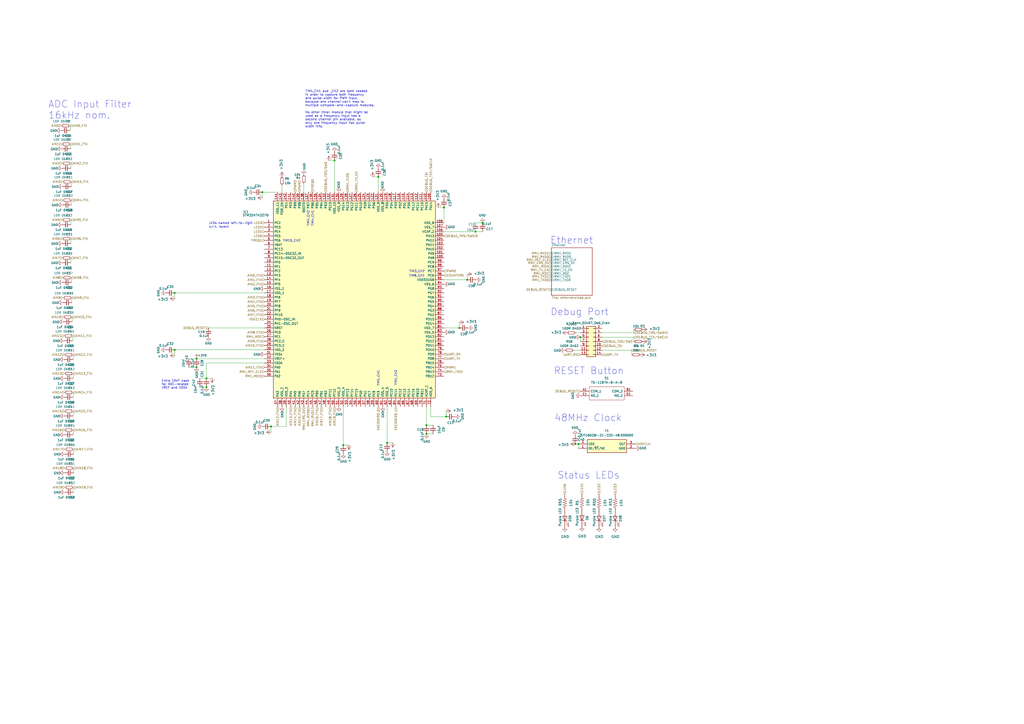
<source format=kicad_sch>
(kicad_sch (version 20231120) (generator "eeschema") (generator_version "8.0")
  (paper "A2")
  (junction (at 266.446 190.246))
  (junction (at 258.826 241.681))
  (junction (at 333.756 257.556))
  (junction (at 275.844 134.366))
  (junction (at 336.55 195.58))
  (junction (at 247.396 246.634))
  (junction (at 194.056 93.091))
  (junction (at 271.018 162.306))
  (junction (at 335.534 257.556))
  (junction (at 152.146 111.506))
  (junction (at 247.396 251.714))
  (junction (at 101.346 202.946))
  (junction (at 114.046 213.106))
  (junction (at 119.761 224.536))
  (junction (at 257.556 120.396))
  (junction (at 199.136 258.191))
  (junction (at 224.536 256.921))
  (junction (at 219.456 102.616))
  (junction (at 119.761 219.456))
  (junction (at 157.226 247.396))
  (junction (at 279.908 129.286))
  (junction (at 101.346 169.926))
  (junction (at 114.046 208.026))
  (wire (pts (xy 366.395 203.2) (xy 366.395 205.74)))
  (wire (pts (xy 161.036 111.506) (xy 152.146 111.506)))
  (wire (pts (xy 247.396 246.634) (xy 251.206 246.634)))
  (wire (pts (xy 42.418 216.662) (xy 42.418 219.456)))
  (wire (pts (xy 367.665 191.135) (xy 367.665 193.04)))
  (wire (pts (xy 349.25 203.2) (xy 366.395 203.2)))
  (wire (pts (xy 257.556 162.306) (xy 271.018 162.306)))
  (wire (pts (xy 42.418 227.584) (xy 42.418 230.378)))
  (wire (pts (xy 41.91 183.896) (xy 41.91 186.69)))
  (wire (pts (xy 367.665 195.58) (xy 367.665 198.12)))
  (wire (pts (xy 101.346 202.946) (xy 153.416 202.946)))
  (wire (pts (xy 42.672 282.702) (xy 42.672 285.496)))
  (wire (pts (xy 257.556 190.246) (xy 266.446 190.246)))
  (wire (pts (xy 247.396 235.966) (xy 247.396 246.634)))
  (wire (pts (xy 41.402 105.41) (xy 41.402 108.204)))
  (wire (pts (xy 40.64 72.898) (xy 40.64 75.692)))
  (wire (pts (xy 332.74 203.2) (xy 336.55 203.2)))
  (wire (pts (xy 349.25 193.04) (xy 367.665 193.04)))
  (wire (pts (xy 166.116 247.396) (xy 157.226 247.396)))
  (wire (pts (xy 42.418 238.506) (xy 42.418 241.3)))
  (wire (pts (xy 199.136 258.191) (xy 202.438 258.191)))
  (wire (pts (xy 41.402 161.036) (xy 41.402 163.83)))
  (wire (pts (xy 119.761 210.566) (xy 153.416 210.566)))
  (wire (pts (xy 42.418 249.428) (xy 42.418 252.222)))
  (wire (pts (xy 109.601 213.106) (xy 114.046 213.106)))
  (wire (pts (xy 271.018 162.306) (xy 271.018 159.004)))
  (wire (pts (xy 101.346 169.926) (xy 153.416 169.926)))
  (wire (pts (xy 41.148 127.508) (xy 41.148 130.302)))
  (wire (pts (xy 257.556 134.366) (xy 275.844 134.366)))
  (wire (pts (xy 42.164 194.818) (xy 42.164 197.612)))
  (wire (pts (xy 120.904 190.246) (xy 153.416 190.246)))
  (wire (pts (xy 41.148 94.742) (xy 41.148 97.536)))
  (wire (pts (xy 115.951 219.456) (xy 119.761 219.456)))
  (wire (pts (xy 266.446 190.246) (xy 266.446 186.944)))
  (wire (pts (xy 41.148 138.43) (xy 41.148 141.224)))
  (wire (pts (xy 152.146 111.506) (xy 152.146 114.808)))
  (wire (pts (xy 333.629 257.556) (xy 333.756 257.556)))
  (wire (pts (xy 163.576 107.442) (xy 163.576 111.506)))
  (wire (pts (xy 247.396 251.714) (xy 251.206 251.714)))
  (wire (pts (xy 333.756 257.556) (xy 335.534 257.556)))
  (wire (pts (xy 336.55 195.58) (xy 336.55 198.12)))
  (wire (pts (xy 119.761 210.566) (xy 119.761 219.456)))
  (wire (pts (xy 109.601 208.026) (xy 114.046 208.026)))
  (wire (pts (xy 101.346 169.926) (xy 101.346 173.228)))
  (wire (pts (xy 194.056 93.091) (xy 190.754 93.091)))
  (wire (pts (xy 249.936 235.966) (xy 249.936 241.681)))
  (wire (pts (xy 157.226 247.396) (xy 157.226 250.698)))
  (wire (pts (xy 279.908 134.366) (xy 275.844 134.366)))
  (wire (pts (xy 166.116 235.966) (xy 166.116 247.396)))
  (wire (pts (xy 199.136 235.966) (xy 199.136 258.191)))
  (wire (pts (xy 176.276 106.426) (xy 176.276 111.506)))
  (wire (pts (xy 101.346 202.946) (xy 101.346 206.248)))
  (wire (pts (xy 178.816 111.506) (xy 181.356 111.506)))
  (wire (pts (xy 279.908 129.286) (xy 275.844 129.286)))
  (wire (pts (xy 258.826 241.681) (xy 258.826 238.379)))
  (wire (pts (xy 249.936 241.681) (xy 258.826 241.681)))
  (wire (pts (xy 42.672 271.526) (xy 42.672 274.32)))
  (wire (pts (xy 115.951 224.536) (xy 119.761 224.536)))
  (wire (pts (xy 224.536 235.966) (xy 224.536 256.921)))
  (wire (pts (xy 219.456 102.616) (xy 216.154 102.616)))
  (wire (pts (xy 194.056 93.091) (xy 194.056 111.506)))
  (wire (pts (xy 42.672 260.604) (xy 42.672 263.398)))
  (wire (pts (xy 41.148 149.606) (xy 41.148 152.4)))
  (wire (pts (xy 42.418 205.74) (xy 42.418 208.534)))
  (wire (pts (xy 334.01 193.04) (xy 336.55 193.04)))
  (wire (pts (xy 119.761 219.456) (xy 123.063 219.456)))
  (wire (pts (xy 224.536 256.921) (xy 227.838 256.921)))
  (wire (pts (xy 257.556 129.286) (xy 257.556 120.396)))
  (wire (pts (xy 219.456 111.506) (xy 219.456 102.616)))
  (wire (pts (xy 335.534 257.556) (xy 335.534 260.096)))
  (wire (pts (xy 349.25 195.58) (xy 367.665 195.58)))
  (wire (pts (xy 40.894 83.566) (xy 40.894 86.36)))
  (wire (pts (xy 41.402 116.078) (xy 41.402 118.872)))
  (wire (pts (xy 114.046 208.026) (xy 153.416 208.026)))
  (wire (pts (xy 41.656 172.72) (xy 41.656 175.514)))
  (wire (pts (xy 257.556 120.396) (xy 254.254 120.396)))
  (text "LEDs named left-to-right\nw.r.t. layout" (at 121.158 132.334 0) (effects (font (size 1.27 1.27)) (justify left bottom)))
  (text "ADC Input Filter\n16kHz nom." (at 27.94 69.342 0) (effects (font (size 4 4)) (justify left bottom)))
  (text "TIM8_CH1" (at 241.808 160.02 0) (effects (font (size 1.27 1.27))))
  (text "Debug Port" (at 319.278 183.388 0) (effects (font (size 4 4)) (justify left bottom)))
  (text "TIM4_CH1" (at 181.356 126.746 90) (effects (font (size 1.27 1.27))))
  (text "TIM15_CH2" (at 169.164 139.7 0) (effects (font (size 1.27 1.27))))
  (text "TIM1_CH1" (at 219.456 219.456 90) (effects (font (size 1.27 1.27))))
  (text "Status LEDs" (at 323.342 278.13 0) (effects (font (size 4 4)) (justify left bottom)))
  (text "RESET Button" (at 321.183 217.551 0) (effects (font (size 4 4)) (justify left bottom)))
  (text "Ethernet" (at 319.151 141.859 0) (effects (font (size 4 4)) (justify left bottom)))
  (text "TIM3_CH?" (at 241.808 157.48 0) (effects (font (size 1.27 1.27))))
  (text "48MHz Clock" (at 321.564 244.856 0) (effects (font (size 4 4)) (justify left bottom)))
  (text "TIM1_CH2" (at 229.616 219.202 90) (effects (font (size 1.27 1.27))))
  (text "Extra 10nF caps\nfor ADC-related\nVREF and VDDA" (at 93.726 225.806 0) (effects (font (size 1.27 1.27)) (justify left bottom)))
  (text "TIM4_CH1 and _CH2 are both needed \nin order to capture both frequency\nand pulse width for PWM input,\nbecause one channel can't map to\nmultiple compare-and-capture modules.\n\nNo other timer module that might be\nused as a frequency input has a\nsecond channel pin available, so\nonly one frequency input has pulse\nwidth info." (at 177.038 63.246 0) (effects (font (size 1.27 1.27)) (justify left)))
  (text "TIM4_CH2" (at 178.816 126.746 90) (effects (font (size 1.27 1.27))))
  (hierarchical_label "DEBUG_TMS{slash}SWDIO" (shape input) (at 367.665 193.04 0))
  (hierarchical_label "ENCODER0_1" (shape input) (at 229.616 235.966 270))
  (hierarchical_label "RMII_TX_EN" (shape input) (at 319.913 156.591 180))
  (hierarchical_label "AIN4" (shape input) (at 36.322 116.078 180))
  (hierarchical_label "PWM3" (shape input) (at 171.196 111.506 90))
  (hierarchical_label "AIN5_Filt" (shape input) (at 153.416 177.546 180))
  (hierarchical_label "AIN10_Filt" (shape input) (at 41.91 183.896 0))
  (hierarchical_label "AIN11_Filt" (shape input) (at 42.164 194.818 0))
  (hierarchical_label "DEBUG_RESET" (shape input) (at 366.395 203.2 0))
  (hierarchical_label "LED2" (shape input) (at 153.416 131.826 180))
  (hierarchical_label "AIN0_Filt" (shape input) (at 40.64 72.898 0))
  (hierarchical_label "AIN9_Filt" (shape input) (at 41.656 172.72 0))
  (hierarchical_label "RMII_REF_CLK" (shape input) (at 153.416 215.646 180))
  (hierarchical_label "AIN14_Filt" (shape input) (at 171.196 235.966 270))
  (hierarchical_label "AIN15_Filt" (shape input) (at 42.418 238.506 0))
  (hierarchical_label "AIN8" (shape input) (at 36.322 161.036 180))
  (hierarchical_label "DEBUG_TMS{slash}SWDIO" (shape input) (at 257.556 136.906 0))
  (hierarchical_label "LED1" (shape input) (at 153.416 134.366 180))
  (hierarchical_label "FREQ0" (shape input) (at 181.356 111.506 90))
  (hierarchical_label "AIN16_Filt" (shape input) (at 42.418 249.428 0))
  (hierarchical_label "AIN0_Filt" (shape input) (at 153.416 159.766 180))
  (hierarchical_label "DEBUG_TDO{slash}SWO" (shape input) (at 188.976 111.506 90))
  (hierarchical_label "RMII_TXD1" (shape input) (at 257.556 215.646 0))
  (hierarchical_label "AIN9" (shape input) (at 36.576 172.72 180))
  (hierarchical_label "DEBUG_RESET" (shape input) (at 319.913 168.021 180))
  (hierarchical_label "AIN5" (shape input) (at 36.068 127.508 180))
  (hierarchical_label "DEBUG_TDI" (shape input) (at 247.396 111.506 90))
  (hierarchical_label "RMII_TXD0" (shape input) (at 319.913 162.433 180))
  (hierarchical_label "LED3" (shape input) (at 153.416 129.286 180))
  (hierarchical_label "DEBUG_RESET" (shape input) (at 120.904 190.246 180))
  (hierarchical_label "AIN19_Filt" (shape input) (at 42.672 282.702 0))
  (hierarchical_label "RMII_RXD1" (shape input) (at 319.913 146.939 180))
  (hierarchical_label "RMII_CRS_DV" (shape input) (at 319.913 152.527 180))
  (hierarchical_label "COUNTER0" (shape input) (at 257.556 159.766 0))
  (hierarchical_label "AIN16_Filt" (shape input) (at 183.896 235.966 270))
  (hierarchical_label "FREQ1" (shape input) (at 153.416 139.446 180))
  (hierarchical_label "AIN19" (shape input) (at 37.592 282.702 180))
  (hierarchical_label "RMII_RXD0" (shape input) (at 178.816 235.966 270))
  (hierarchical_label "RMII_TXD0" (shape input) (at 201.676 111.506 90))
  (hierarchical_label "AIN14_Filt" (shape input) (at 42.418 227.584 0))
  (hierarchical_label "AIN17_Filt" (shape input) (at 186.436 235.966 270))
  (hierarchical_label "DEBUG_TDI" (shape input) (at 349.25 200.66 0))
  (hierarchical_label "LED0" (shape input) (at 327.66 286.766 90))
  (hierarchical_label "RMII_TX_EN" (shape input) (at 206.756 111.506 90))
  (hierarchical_label "AIN11_Filt" (shape input) (at 153.416 213.106 180))
  (hierarchical_label "AIN15_Filt" (shape input) (at 173.736 235.966 270))
  (hierarchical_label "PWM0" (shape input) (at 257.556 157.226 0))
  (hierarchical_label "AIN6_Filt" (shape input) (at 153.416 180.086 180))
  (hierarchical_label "LED3" (shape input) (at 356.87 286.766 90))
  (hierarchical_label "RMII_MDIO" (shape input) (at 319.913 154.559 180))
  (hierarchical_label "AIN13_Filt" (shape input) (at 168.656 235.966 270))
  (hierarchical_label "RMII_RXD1" (shape input) (at 181.356 235.966 270))
  (hierarchical_label "RMII_MDIO" (shape input) (at 153.416 218.186 180))
  (hierarchical_label "UART_RX" (shape input) (at 257.556 205.486 0))
  (hierarchical_label "AIN2" (shape input) (at 36.068 94.742 180))
  (hierarchical_label "PWM2" (shape input) (at 173.736 111.506 90))
  (hierarchical_label "RMII_RXD0" (shape input) (at 319.913 148.971 180))
  (hierarchical_label "AIN6_Filt" (shape input) (at 41.148 138.43 0))
  (hierarchical_label "AIN2_Filt" (shape input) (at 153.416 164.846 180))
  (hierarchical_label "UART_RX" (shape input) (at 336.55 205.74 180))
  (hierarchical_label "RMII_CRS_DV" (shape input) (at 176.276 235.966 270))
  (hierarchical_label "HSECLK" (shape input) (at 368.554 257.556 0))
  (hierarchical_label "AIN4_Filt" (shape input) (at 41.402 116.078 0))
  (hierarchical_label "AIN13" (shape input) (at 37.338 216.662 180))
  (hierarchical_label "UART_TX" (shape input) (at 349.25 205.74 0))
  (hierarchical_label "AIN7" (shape input) (at 36.068 149.606 180))
  (hierarchical_label "RMII_MDC" (shape input) (at 319.913 158.623 180))
  (hierarchical_label "AIN8_Filt" (shape input) (at 41.402 161.036 0))
  (hierarchical_label "UART_TX" (shape input) (at 257.556 208.026 0))
  (hierarchical_label "AIN4_Filt" (shape input) (at 153.416 175.006 180))
  (hierarchical_label "DEBUG_TDO{slash}SWO" (shape input) (at 349.25 198.12 0))
  (hierarchical_label "LED0" (shape input) (at 153.416 136.906 180))
  (hierarchical_label "LED2" (shape input) (at 347.472 286.766 90))
  (hierarchical_label "AIN3_Filt" (shape input) (at 153.416 172.466 180))
  (hierarchical_label "DEBUG_TCK{slash}SWCLK" (shape input) (at 367.665 195.58 0))
  (hierarchical_label "AIN7_Filt" (shape input) (at 41.148 149.606 0))
  (hierarchical_label "AIN13_Filt" (shape input) (at 42.418 216.662 0))
  (hierarchical_label "AIN18_Filt" (shape input) (at 42.672 271.526 0))
  (hierarchical_label "LED1" (shape input) (at 337.566 286.512 90))
  (hierarchical_label "ENCODER0_0" (shape input) (at 219.456 235.966 270))
  (hierarchical_label "AIN0" (shape input) (at 35.56 72.898 180))
  (hierarchical_label "AIN19_Filt" (shape input) (at 194.056 235.966 270))
  (hierarchical_label "AIN7_Filt" (shape input) (at 153.416 182.626 180))
  (hierarchical_label "AIN1" (shape input) (at 35.814 83.566 180))
  (hierarchical_label "AIN1_Filt" (shape input) (at 153.416 162.306 180))
  (hierarchical_label "AIN12_Filt" (shape input) (at 42.418 205.74 0))
  (hierarchical_label "HSECLK" (shape input) (at 153.416 185.166 180))
  (hierarchical_label "AIN17_Filt" (shape input) (at 42.672 260.604 0))
  (hierarchical_label "AIN12_Filt" (shape input) (at 161.036 235.966 270))
  (hierarchical_label "AIN5_Filt" (shape input) (at 41.148 127.508 0))
  (hierarchical_label "AIN16" (shape input) (at 37.338 249.428 180))
  (hierarchical_label "RMII_REF_CLK" (shape input) (at 319.913 150.749 180))
  (hierarchical_label "AIN12" (shape input) (at 37.338 205.74 180))
  (hierarchical_label "AIN10" (shape input) (at 36.83 183.896 180))
  (hierarchical_label "RMII_MDC" (shape input) (at 153.416 195.326 180))
  (hierarchical_label "AIN3" (shape input) (at 36.322 105.41 180))
  (hierarchical_label "AIN17" (shape input) (at 37.592 260.604 180))
  (hierarchical_label "DEBUG_TCK{slash}SWCLK" (shape input) (at 249.936 111.506 90))
  (hierarchical_label "PWM1" (shape input) (at 257.556 213.106 0))
  (hierarchical_label "AIN6" (shape input) (at 36.068 138.43 180))
  (hierarchical_label "RMII_TXD1" (shape input) (at 319.913 160.401 180))
  (hierarchical_label "AIN10_Filt" (shape input) (at 153.416 200.406 180))
  (hierarchical_label "AIN1_Filt" (shape input) (at 40.894 83.566 0))
  (hierarchical_label "AIN14" (shape input) (at 37.338 227.584 180))
  (hierarchical_label "AIN18_Filt" (shape input) (at 191.516 235.966 270))
  (hierarchical_label "AIN3_Filt" (shape input) (at 41.402 105.41 0))
  (hierarchical_label "DEBUG_RESET" (shape input) (at 336.677 226.949 180))
  (hierarchical_label "AIN15" (shape input) (at 37.338 238.506 180))
  (hierarchical_label "AIN8_Filt" (shape input) (at 153.416 192.786 180))
  (hierarchical_label "AIN11" (shape input) (at 37.084 194.818 180))
  (hierarchical_label "AIN18" (shape input) (at 37.592 271.526 180))
  (hierarchical_label "AIN2_Filt" (shape input) (at 41.148 94.742 0))
  (hierarchical_label "AIN9_Filt" (shape input) (at 153.416 197.866 180))
  (symbol (lib_id "power:GND") (at 114.046 213.106 0) (unit 1)
    (property "Reference" "#PWR034" (effects (hide yes)))
    (property "Value" "GND" (at 114.173 217.5002 90))
    (instances (project "stm32h7_base" (path "" (reference "#PWR034") (unit 1))) (project "simplicity_analog_1" (path "" (reference "#PWR06024") (unit 1))))
  )
  (symbol (lib_id "Device:C_Small") (at 219.456 100.076 0) (unit 1)
    (property "Reference" "C36" (at 223.012 100.076 90))
    (property "Value" "0.1uF" (at 221.996 96.266 90))
    (property "Footprint" "Capacitor_SMD:C_0402_1005Metric" (effects (hide yes)))
    (instances (project "stm32h7_base" (path "" (reference "C36") (unit 1))) (project "simplicity_analog_1" (path "" (reference "C6032") (unit 1))))
  )
  (symbol (lib_id "power:GND") (at 37.592 285.496 270) (unit 1)
    (property "Reference" "#PWR070" (effects (hide yes)))
    (property "Value" "GND" (at 33.1978 285.623 90))
    (instances (project "stm32h7_base" (path "" (reference "#PWR070") (unit 1))) (project "simplicity_analog_1" (path "" (reference "#PWR06020") (unit 1))))
  )
  (symbol (lib_id "Device:C_Small") (at 257.556 117.856 0) (unit 1)
    (property "Reference" "C37" (at 261.112 117.856 90))
    (property "Value" "0.1uF" (at 260.096 114.046 90))
    (property "Footprint" "Capacitor_SMD:C_0402_1005Metric" (effects (hide yes)))
    (instances (project "stm32h7_base" (path "" (reference "C37") (unit 1))) (project "simplicity_analog_1" (path "" (reference "C6036") (unit 1))))
  )
  (symbol (lib_id "Device:C_Small") (at 251.206 249.174 180) (unit 1)
    (property "Reference" "C9" (at 257.302 249.1676 90))
    (property "Value" "10uF" (at 254.762 249.1676 90))
    (property "Footprint" "Capacitor_SMD:C_0603_1608Metric" (effects (hide yes)))
    (instances (project "stm32h7_base" (path "" (reference "C9") (unit 1))) (project "simplicity_analog_1" (path "" (reference "C6035") (unit 1))))
  )
  (symbol (lib_id "EK-TM4C1294XL_REV_D-eagle-import:R-US_R0402") (at 347.472 291.846 90) (unit 1)
    (property "Reference" "R50" (at 345.694 293.624 0) (effects (font (size 1.4986 1.4986)) (justify left bottom)))
    (property "Value" "10k" (at 351.79 293.878 0) (effects (font (size 1.4986 1.4986)) (justify left bottom)))
    (property "Footprint" "Resistor_SMD:R_0402_1005Metric" (effects (hide yes)))
    (property "GNUM" "G11-R0402-3300-AAA" (effects (hide yes)))
    (property "LCSC" "C25744" (effects (hide yes)))
    (instances (project "stm32h7_base" (path "" (reference "R50") (unit 1))) (project "simplicity_analog_1" (path "" (reference "R6026") (unit 1))))
  )
  (symbol (lib_id "Device:R_Small") (at 368.935 205.74 270) (unit 1)
    (property "Reference" "R2" (at 368.935 200.66 90))
    (property "Value" "10k" (at 368.935 203.2 90))
    (property "Footprint" "Resistor_SMD:R_0402_1005Metric" (effects (hide yes)))
    (property "Description" "Resistor, small symbol" (effects (hide yes)))
    (property "LCSC" "C25744" (effects (hide yes)))
    (instances (project "stm32h7_base" (path "" (reference "R2") (unit 1))) (project "simplicity_analog_1" (path "" (reference "R6028") (unit 1))))
  )
  (symbol (lib_id "power:GND") (at 257.556 131.826 90) (unit 1)
    (property "Reference" "#PWR0107" (effects (hide yes)))
    (property "Value" "GND" (at 261.9502 131.699 90))
    (instances (project "stm32h7_base" (path "" (reference "#PWR0107") (unit 1))) (project "simplicity_analog_1" (path "" (reference "#PWR06043") (unit 1))))
  )
  (symbol (lib_id "EK-TM4C1294XL_REV_D-eagle-import:GND") (at 356.87 307.086 0) (mirror y) (unit 1)
    (property "Reference" "#SUPPLY06" (effects (hide yes)))
    (property "Value" "GND" (at 359.41 312.166 0) (effects (font (size 1.4986 1.4986)) (justify left bottom)))
    (instances (project "stm32h7_base" (path "" (reference "#SUPPLY06") (unit 1))) (project "simplicity_analog_1" (path "" (reference "#SUPPLY06004") (unit 1))))
  )
  (symbol (lib_id "Device:R_Small") (at 38.862 161.036 90) (unit 1)
    (property "Reference" "R37" (at 40.386 158.496 90))
    (property "Value" "10R 0603" (at 36.068 158.496 90))
    (property "Footprint" "Resistor_SMD:R_0603_1608Metric" (effects (hide yes)))
    (property "Description" "Resistor, small symbol" (effects (hide yes)))
    (property "LCSC" "C22859" (effects (hide yes)))
    (instances (project "stm32h7_base" (path "" (reference "R37") (unit 1))) (project "simplicity_analog_1" (path "" (reference "R6009") (unit 1))))
  )
  (symbol (lib_id "power:GND") (at 368.554 260.096 90) (unit 1)
    (property "Reference" "#PWR050" (effects (hide yes)))
    (property "Value" "GND" (at 372.9482 259.969 90))
    (instances (project "stm32h7_base" (path "" (reference "#PWR050") (unit 1))) (project "simplicity_analog_1" (path "" (reference "#PWR06054") (unit 1))))
  )
  (symbol (lib_id "EK-TM4C1294XL_REV_D-eagle-import:+3V3") (at 98.806 206.248 90) (mirror x) (unit 1)
    (property "Reference" "#+3V06" (effects (hide yes)))
    (property "Value" "+3V3" (at 97.536 207.518 90) (effects (font (size 1.4986 1.4986)) (justify left bottom)))
    (instances (project "stm32h7_base" (path "" (reference "#+3V06") (unit 1))) (project "simplicity_analog_1" (path "" (reference "#+3V06002") (unit 1))))
  )
  (symbol (lib_id "Device:LED") (at 327.66 300.736 90) (unit 1)
    (property "Reference" "D39" (at 330.708 300.736 0))
    (property "Value" "Purple LED" (at 324.866 299.974 0))
    (property "Footprint" "LED_SMD:LED_0603_1608Metric" (effects (hide yes)))
    (property "LCSC" "C7371898" (effects (hide yes)))
    (instances (project "stm32h7_base" (path "" (reference "D39") (unit 1))) (project "simplicity_analog_1" (path "" (reference "D6001") (unit 1))))
  )
  (symbol (lib_id "EK-TM4C1294XL_REV_D-eagle-import:+3V3") (at 98.806 173.228 90) (mirror x) (unit 1)
    (property "Reference" "#+3V07" (effects (hide yes)))
    (property "Value" "+3V3" (at 97.536 174.498 90) (effects (font (size 1.4986 1.4986)) (justify left bottom)))
    (instances (project "stm32h7_base" (path "" (reference "#+3V07") (unit 1))) (project "simplicity_analog_1" (path "" (reference "#+3V06001") (unit 1))))
  )
  (symbol (lib_id "Device:C_Small") (at 39.116 175.514 270) (unit 1)
    (property "Reference" "C53" (at 38.608 178.562 90) (effects (justify left)))
    (property "Value" "1uF 0402" (at 32.512 178.562 90) (effects (justify left)))
    (property "Footprint" "Capacitor_SMD:C_0402_1005Metric" (effects (hide yes)))
    (property "LCSC" "C52923" (effects (hide yes)))
    (instances (project "stm32h7_base" (path "" (reference "C53") (unit 1))) (project "simplicity_analog_1" (path "" (reference "C6010") (unit 1))))
  )
  (symbol (lib_id "power:GND") (at 36.068 141.224 270) (unit 1)
    (property "Reference" "#PWR057" (effects (hide yes)))
    (property "Value" "GND" (at 31.6738 141.351 90))
    (instances (project "stm32h7_base" (path "" (reference "#PWR057") (unit 1))) (project "simplicity_analog_1" (path "" (reference "#PWR0154") (unit 1))))
  )
  (symbol (lib_id "power:GND") (at 36.322 163.83 270) (unit 1)
    (property "Reference" "#PWR059" (effects (hide yes)))
    (property "Value" "GND" (at 31.9278 163.957 90))
    (instances (project "stm32h7_base" (path "" (reference "#PWR059") (unit 1))) (project "simplicity_analog_1" (path "" (reference "#PWR06009") (unit 1))))
  )
  (symbol (lib_id "Device:R_Small") (at 38.608 149.606 90) (unit 1)
    (property "Reference" "R36" (at 40.132 147.066 90))
    (property "Value" "10R 0603" (at 35.814 147.066 90))
    (property "Footprint" "Resistor_SMD:R_0603_1608Metric" (effects (hide yes)))
    (property "Description" "Resistor, small symbol" (effects (hide yes)))
    (property "LCSC" "C22859" (effects (hide yes)))
    (instances (project "stm32h7_base" (path "" (reference "R36") (unit 1))) (project "simplicity_analog_1" (path "" (reference "R6006") (unit 1))))
  )
  (symbol (lib_id "Device:C_Small") (at 40.132 263.398 270) (unit 1)
    (property "Reference" "C61" (at 39.624 266.446 90) (effects (justify left)))
    (property "Value" "1uF 0402" (at 33.528 266.446 90) (effects (justify left)))
    (property "Footprint" "Capacitor_SMD:C_0402_1005Metric" (effects (hide yes)))
    (property "LCSC" "C52923" (effects (hide yes)))
    (instances (project "stm32h7_base" (path "" (reference "C61") (unit 1))) (project "simplicity_analog_1" (path "" (reference "C6018") (unit 1))))
  )
  (symbol (lib_id "power:GND") (at 36.322 118.872 270) (unit 1)
    (property "Reference" "#PWR055" (effects (hide yes)))
    (property "Value" "GND" (at 31.9278 118.999 90))
    (instances (project "stm32h7_base" (path "" (reference "#PWR055") (unit 1))) (project "simplicity_analog_1" (path "" (reference "#PWR0155") (unit 1))))
  )
  (symbol (lib_id "power:GND") (at 224.536 262.001 0) (unit 1)
    (property "Reference" "#PWR037" (effects (hide yes)))
    (property "Value" "GND" (at 224.663 266.3952 0))
    (instances (project "stm32h7_base" (path "" (reference "#PWR037") (unit 1))) (project "simplicity_analog_1" (path "" (reference "#PWR06040") (unit 1))))
  )
  (symbol (lib_id "power:GND") (at 96.266 202.946 270) (unit 1)
    (property "Reference" "#PWR041" (effects (hide yes)))
    (property "Value" "GND" (at 91.8718 203.073 0))
    (instances (project "stm32h7_base" (path "" (reference "#PWR041") (unit 1))) (project "simplicity_analog_1" (path "" (reference "#PWR06022") (unit 1))))
  )
  (symbol (lib_id "Device:C_Small") (at 39.878 241.3 270) (unit 1)
    (property "Reference" "C59" (at 39.37 244.348 90) (effects (justify left)))
    (property "Value" "1uF 0402" (at 33.274 244.348 90) (effects (justify left)))
    (property "Footprint" "Capacitor_SMD:C_0402_1005Metric" (effects (hide yes)))
    (property "LCSC" "C52923" (effects (hide yes)))
    (instances (project "stm32h7_base" (path "" (reference "C59") (unit 1))) (project "simplicity_analog_1" (path "" (reference "C6016") (unit 1))))
  )
  (symbol (lib_id "Device:LED") (at 337.566 300.482 90) (unit 1)
    (property "Reference" "D6" (at 340.614 300.482 0))
    (property "Value" "Purple LED" (at 334.772 299.72 0))
    (property "Footprint" "LED_SMD:LED_0603_1608Metric" (effects (hide yes)))
    (property "LCSC" "C7371898" (effects (hide yes)))
    (instances (project "stm32h7_base" (path "" (reference "D6") (unit 1))) (project "simplicity_analog_1" (path "" (reference "D6002") (unit 1))))
  )
  (symbol (lib_id "EK-TM4C1294XL_REV_D-eagle-import:+3V3") (at 261.366 238.379 270) (mirror x) (unit 1)
    (property "Reference" "#+3V011" (effects (hide yes)))
    (property "Value" "+3V3" (at 262.636 237.109 90) (effects (font (size 1.4986 1.4986)) (justify left bottom)))
    (instances (project "stm32h7_base" (path "" (reference "#+3V011") (unit 1))) (project "simplicity_analog_1" (path "" (reference "#+3V06012") (unit 1))))
  )
  (symbol (lib_id "power:GND") (at 196.596 111.506 180) (unit 1)
    (property "Reference" "#PWR014" (effects (hide yes)))
    (property "Value" "GND" (at 196.469 107.1118 90))
    (instances (project "stm32h7_base" (path "" (reference "#PWR014") (unit 1))) (project "simplicity_analog_1" (path "" (reference "#PWR06034") (unit 1))))
  )
  (symbol (lib_id "power:GND") (at 263.906 241.681 90) (unit 1)
    (property "Reference" "#PWR036" (effects (hide yes)))
    (property "Value" "GND" (at 268.3002 241.554 0))
    (instances (project "stm32h7_base" (path "" (reference "#PWR036") (unit 1))) (project "simplicity_analog_1" (path "" (reference "#PWR06046") (unit 1))))
  )
  (symbol (lib_id "Device:C_Small") (at 39.878 208.534 270) (unit 1)
    (property "Reference" "C56" (at 39.37 211.582 90) (effects (justify left)))
    (property "Value" "1uF 0402" (at 33.274 211.582 90) (effects (justify left)))
    (property "Footprint" "Capacitor_SMD:C_0402_1005Metric" (effects (hide yes)))
    (property "LCSC" "C52923" (effects (hide yes)))
    (instances (project "stm32h7_base" (path "" (reference "C56") (unit 1))) (project "simplicity_analog_1" (path "" (reference "C6013") (unit 1))))
  )
  (symbol (lib_id "Device:C_Small") (at 268.986 190.246 270) (unit 1)
    (property "Reference" "C39" (at 268.986 193.802 90))
    (property "Value" "0.1uF" (at 272.796 192.786 90))
    (property "Footprint" "Capacitor_SMD:C_0402_1005Metric" (effects (hide yes)))
    (instances (project "stm32h7_base" (path "" (reference "C39") (unit 1))) (project "simplicity_analog_1" (path "" (reference "C6039") (unit 1))))
  )
  (symbol (lib_id "Device:C_Small") (at 98.806 169.926 90) (unit 1)
    (property "Reference" "C33" (at 98.806 166.37 90))
    (property "Value" "0.1uF" (at 94.996 167.386 90))
    (property "Footprint" "Capacitor_SMD:C_0402_1005Metric" (effects (hide yes)))
    (instances (project "stm32h7_base" (path "" (reference "C33") (unit 1))) (project "simplicity_analog_1" (path "" (reference "C6021") (unit 1))))
  )
  (symbol (lib_id "Device:C_Small") (at 194.056 90.551 0) (unit 1)
    (property "Reference" "C35" (at 197.612 90.551 90))
    (property "Value" "0.1uF" (at 196.596 86.741 90))
    (property "Footprint" "Capacitor_SMD:C_0402_1005Metric" (effects (hide yes)))
    (instances (project "stm32h7_base" (path "" (reference "C35") (unit 1))) (project "simplicity_analog_1" (path "" (reference "C6030") (unit 1))))
  )
  (symbol (lib_id "Device:C_Small") (at 38.862 108.204 270) (unit 1)
    (property "Reference" "C47" (at 38.354 111.252 90) (effects (justify left)))
    (property "Value" "1uF 0402" (at 32.258 111.252 90) (effects (justify left)))
    (property "Footprint" "Capacitor_SMD:C_0402_1005Metric" (effects (hide yes)))
    (property "LCSC" "C52923" (effects (hide yes)))
    (instances (project "stm32h7_base" (path "" (reference "C47") (unit 1))) (project "simplicity_analog_1" (path "" (reference "C6007") (unit 1))))
  )
  (symbol (lib_id "EK-TM4C1294XL_REV_D-eagle-import:+3V3") (at 154.686 250.698 90) (mirror x) (unit 1)
    (property "Reference" "#+3V09" (effects (hide yes)))
    (property "Value" "+3V3" (at 153.416 251.968 90) (effects (font (size 1.4986 1.4986)) (justify left bottom)))
    (instances (project "stm32h7_base" (path "" (reference "#+3V09") (unit 1))) (project "simplicity_analog_1" (path "" (reference "#+3V06005") (unit 1))))
  )
  (symbol (lib_id "Device:C_Small") (at 199.136 260.731 180) (unit 1)
    (property "Reference" "C29" (at 195.58 260.731 90))
    (property "Value" "0.1uF" (at 196.596 264.541 90))
    (property "Footprint" "Capacitor_SMD:C_0402_1005Metric" (effects (hide yes)))
    (instances (project "stm32h7_base" (path "" (reference "C29") (unit 1))) (project "simplicity_analog_1" (path "" (reference "C6031") (unit 1))))
  )
  (symbol (lib_id "EK-TM4C1294XL_REV_D-eagle-import:+3V3") (at 375.285 191.135 270) (mirror x) (unit 1)
    (property "Reference" "#+3V0103" (effects (hide yes)))
    (property "Value" "+3V3" (at 376.555 189.865 90) (effects (font (size 1.4986 1.4986)) (justify left bottom)))
    (instances (project "stm32h7_base" (path "" (reference "#+3V0103") (unit 1))) (project "simplicity_analog_1" (path "" (reference "#+3V06018") (unit 1))))
  )
  (symbol (lib_id "power:GND") (at 119.761 224.536 0) (unit 1)
    (property "Reference" "#PWR040" (effects (hide yes)))
    (property "Value" "GND" (at 119.888 228.9302 0))
    (instances (project "stm32h7_base" (path "" (reference "#PWR040") (unit 1))) (project "simplicity_analog_1" (path "" (reference "#PWR06025") (unit 1))))
  )
  (symbol (lib_id "power:GND") (at 152.146 247.396 270) (unit 1)
    (property "Reference" "#PWR039" (effects (hide yes)))
    (property "Value" "GND" (at 147.7518 247.523 0))
    (instances (project "stm32h7_base" (path "" (reference "#PWR039") (unit 1))) (project "simplicity_analog_1" (path "" (reference "#PWR06028") (unit 1))))
  )
  (symbol (lib_id "EK-TM4C1294XL_REV_D-eagle-import:+3V3") (at 202.438 260.731 0) (mirror x) (unit 1)
    (property "Reference" "#+3V010" (effects (hide yes)))
    (property "Value" "+3V3" (at 203.708 262.001 90) (effects (font (size 1.4986 1.4986)) (justify left bottom)))
    (instances (project "stm32h7_base" (path "" (reference "#+3V010") (unit 1))) (project "simplicity_analog_1" (path "" (reference "#+3V06008") (unit 1))))
  )
  (symbol (lib_id "EK-TM4C1294XL_REV_D-eagle-import:GND") (at 327.66 307.086 0) (mirror y) (unit 1)
    (property "Reference" "#SUPPLY05" (effects (hide yes)))
    (property "Value" "GND" (at 330.2 312.166 0) (effects (font (size 1.4986 1.4986)) (justify left bottom)))
    (instances (project "stm32h7_base" (path "" (reference "#SUPPLY05") (unit 1))) (project "simplicity_analog_1" (path "" (reference "#SUPPLY06001") (unit 1))))
  )
  (symbol (lib_id "EK-TM4C1294XL_REV_D-eagle-import:GND") (at 337.566 306.832 0) (mirror y) (unit 1)
    (property "Reference" "#SUPPLY01" (effects (hide yes)))
    (property "Value" "GND" (at 340.106 311.912 0) (effects (font (size 1.4986 1.4986)) (justify left bottom)))
    (instances (project "stm32h7_base" (path "" (reference "#SUPPLY01") (unit 1))) (project "simplicity_analog_1" (path "" (reference "#SUPPLY06002") (unit 1))))
  )
  (symbol (lib_id "Device:C_Small") (at 39.878 252.222 270) (unit 1)
    (property "Reference" "C60" (at 39.37 255.27 90) (effects (justify left)))
    (property "Value" "1uF 0402" (at 33.274 255.27 90) (effects (justify left)))
    (property "Footprint" "Capacitor_SMD:C_0402_1005Metric" (effects (hide yes)))
    (property "LCSC" "C52923" (effects (hide yes)))
    (instances (project "stm32h7_base" (path "" (reference "C60") (unit 1))) (project "simplicity_analog_1" (path "" (reference "C6017") (unit 1))))
  )
  (symbol (lib_id "EK-TM4C1294XL_REV_D-eagle-import:+3V3") (at 375.285 198.12 270) (mirror x) (unit 1)
    (property "Reference" "#+3V0101" (effects (hide yes)))
    (property "Value" "+3V3" (at 375.793 202.438 0) (effects (font (size 1.4986 1.4986)) (justify left bottom)))
    (instances (project "stm32h7_base" (path "" (reference "#+3V0101") (unit 1))) (project "simplicity_analog_1" (path "" (reference "#+3V06019") (unit 1))))
  )
  (symbol (lib_id "Device:R_Small") (at 40.132 282.702 90) (unit 1)
    (property "Reference" "R52" (at 41.656 280.162 90))
    (property "Value" "10R 0603" (at 37.338 280.162 90))
    (property "Footprint" "Resistor_SMD:R_0603_1608Metric" (effects (hide yes)))
    (property "Description" "Resistor, small symbol" (effects (hide yes)))
    (property "LCSC" "C22859" (effects (hide yes)))
    (instances (project "stm32h7_base" (path "" (reference "R52") (unit 1))) (project "simplicity_analog_1" (path "" (reference "R6020") (unit 1))))
  )
  (symbol (lib_id "power:GND") (at 199.136 263.271 0) (unit 1)
    (property "Reference" "#PWR038" (effects (hide yes)))
    (property "Value" "GND" (at 199.263 267.6652 0))
    (instances (project "stm32h7_base" (path "" (reference "#PWR038") (unit 1))) (project "simplicity_analog_1" (path "" (reference "#PWR06036") (unit 1))))
  )
  (symbol (lib_id "power:GND") (at 196.596 235.966 0) (unit 1)
    (property "Reference" "#PWR05" (effects (hide yes)))
    (property "Value" "GND" (at 196.723 240.3602 0))
    (instances (project "stm32h7_base" (path "" (reference "#PWR05") (unit 1))) (project "simplicity_analog_1" (path "" (reference "#PWR06035") (unit 1))))
  )
  (symbol (lib_id "power:GND") (at 219.456 97.536 180) (unit 1)
    (property "Reference" "#PWR045" (effects (hide yes)))
    (property "Value" "GND" (at 219.329 93.1418 0))
    (instances (project "stm32h7_base" (path "" (reference "#PWR045") (unit 1))) (project "simplicity_analog_1" (path "" (reference "#PWR06037") (unit 1))))
  )
  (symbol (lib_id "EK-TM4C1294XL_REV_D-eagle-import:+3V3") (at 374.015 205.74 270) (mirror x) (unit 1)
    (property "Reference" "#+3V0102" (effects (hide yes)))
    (property "Value" "+3V3" (at 374.65 205.105 90) (effects (font (size 1.4986 1.4986)) (justify left bottom)))
    (instances (project "stm32h7_base" (path "" (reference "#+3V0102") (unit 1))) (project "simplicity_analog_1" (path "" (reference "#+3V06017") (unit 1))))
  )
  (symbol (lib_id "Device:R_Small") (at 39.878 205.74 90) (unit 1)
    (property "Reference" "R41" (at 41.402 203.2 90))
    (property "Value" "10R 0603" (at 37.084 203.2 90))
    (property "Footprint" "Resistor_SMD:R_0603_1608Metric" (effects (hide yes)))
    (property "Description" "Resistor, small symbol" (effects (hide yes)))
    (property "LCSC" "C22859" (effects (hide yes)))
    (instances (project "stm32h7_base" (path "" (reference "R41") (unit 1))) (project "simplicity_analog_1" (path "" (reference "R6013") (unit 1))))
  )
  (symbol (lib_id "power:GND") (at 36.068 97.536 270) (unit 1)
    (property "Reference" "#PWR053" (effects (hide yes)))
    (property "Value" "GND" (at 31.6738 97.663 90))
    (instances (project "stm32h7_base" (path "" (reference "#PWR053") (unit 1))) (project "simplicity_analog_1" (path "" (reference "#PWR06003") (unit 1))))
  )
  (symbol (lib_id "Device:C_Small") (at 247.396 249.174 180) (unit 1)
    (property "Reference" "C18" (at 243.84 249.174 0))
    (property "Value" "0.1uF" (at 244.856 252.984 90))
    (property "Footprint" "Capacitor_SMD:C_0402_1005Metric" (effects (hide yes)))
    (instances (project "stm32h7_base" (path "" (reference "C18") (unit 1))) (project "simplicity_analog_1" (path "" (reference "C6034") (unit 1))))
  )
  (symbol (lib_id "Device:R_Small") (at 39.878 216.662 90) (unit 1)
    (property "Reference" "R42" (at 41.402 214.122 90))
    (property "Value" "10R 0603" (at 37.084 214.122 90))
    (property "Footprint" "Resistor_SMD:R_0603_1608Metric" (effects (hide yes)))
    (property "Description" "Resistor, small symbol" (effects (hide yes)))
    (property "LCSC" "C22859" (effects (hide yes)))
    (instances (project "stm32h7_base" (path "" (reference "R42") (unit 1))) (project "simplicity_analog_1" (path "" (reference "R6014") (unit 1))))
  )
  (symbol (lib_id "power:GND") (at 36.068 152.4 270) (unit 1)
    (property "Reference" "#PWR058" (effects (hide yes)))
    (property "Value" "GND" (at 31.6738 152.527 90))
    (instances (project "stm32h7_base" (path "" (reference "#PWR058") (unit 1))) (project "simplicity_analog_1" (path "" (reference "#PWR0152") (unit 1))))
  )
  (symbol (lib_id "Device:LED") (at 347.472 300.736 90) (unit 1)
    (property "Reference" "D37" (at 350.52 300.736 0))
    (property "Value" "Purple LED" (at 344.678 299.974 0))
    (property "Footprint" "LED_SMD:LED_0603_1608Metric" (effects (hide yes)))
    (property "LCSC" "C7371898" (effects (hide yes)))
    (instances (project "stm32h7_base" (path "" (reference "D37") (unit 1))) (project "simplicity_analog_1" (path "" (reference "D6003") (unit 1))))
  )
  (symbol (lib_id "power:GND") (at 37.592 263.398 270) (unit 1)
    (property "Reference" "#PWR068" (effects (hide yes)))
    (property "Value" "GND" (at 33.1978 263.525 90))
    (instances (project "stm32h7_base" (path "" (reference "#PWR068") (unit 1))) (project "simplicity_analog_1" (path "" (reference "#PWR06018") (unit 1))))
  )
  (symbol (lib_id "Device:C_Small") (at 38.862 118.872 270) (unit 1)
    (property "Reference" "C48" (at 38.354 121.92 90) (effects (justify left)))
    (property "Value" "1uF 0402" (at 32.258 121.92 90) (effects (justify left)))
    (property "Footprint" "Capacitor_SMD:C_0402_1005Metric" (effects (hide yes)))
    (property "LCSC" "C52923" (effects (hide yes)))
    (instances (project "stm32h7_base" (path "" (reference "C48") (unit 1))) (project "simplicity_analog_1" (path "" (reference "C6008") (unit 1))))
  )
  (symbol (lib_id "Device:R_Small") (at 39.624 194.818 90) (unit 1)
    (property "Reference" "R40" (at 41.148 192.278 90))
    (property "Value" "10R 0603" (at 36.83 192.278 90))
    (property "Footprint" "Resistor_SMD:R_0603_1608Metric" (effects (hide yes)))
    (property "Description" "Resistor, small symbol" (effects (hide yes)))
    (property "LCSC" "C22859" (effects (hide yes)))
    (instances (project "stm32h7_base" (path "" (reference "R40") (unit 1))) (project "simplicity_analog_1" (path "" (reference "R6012") (unit 1))))
  )
  (symbol (lib_id "EK-TM4C1294XL_REV_D-eagle-import:+3V3") (at 326.39 193.04 90) (mirror x) (unit 1)
    (property "Reference" "#+3V014" (effects (hide yes)))
    (property "Value" "+3V3" (at 325.755 193.675 90) (effects (font (size 1.4986 1.4986)) (justify left bottom)))
    (instances (project "stm32h7_base" (path "" (reference "#+3V014") (unit 1))) (project "simplicity_analog_1" (path "" (reference "#+3V06016") (unit 1))))
  )
  (symbol (lib_id "Device:R_Small") (at 39.116 172.72 90) (unit 1)
    (property "Reference" "R38" (at 40.64 170.18 90))
    (property "Value" "10R 0603" (at 36.322 170.18 90))
    (property "Footprint" "Resistor_SMD:R_0603_1608Metric" (effects (hide yes)))
    (property "Description" "Resistor, small symbol" (effects (hide yes)))
    (property "LCSC" "C22859" (effects (hide yes)))
    (instances (project "stm32h7_base" (path "" (reference "R38") (unit 1))) (project "simplicity_analog_1" (path "" (reference "R6010") (unit 1))))
  )
  (symbol (lib_id "power:GND") (at 276.098 162.306 90) (unit 1)
    (property "Reference" "#PWR047" (effects (hide yes)))
    (property "Value" "GND" (at 280.4922 162.179 0))
    (instances (project "stm32h7_base" (path "" (reference "#PWR047") (unit 1))) (project "simplicity_analog_1" (path "" (reference "#PWR06047") (unit 1))))
  )
  (symbol (lib_id "power:GND") (at 257.556 115.316 180) (unit 1)
    (property "Reference" "#PWR046" (effects (hide yes)))
    (property "Value" "GND" (at 257.429 110.9218 0))
    (instances (project "stm32h7_base" (path "" (reference "#PWR046") (unit 1))) (project "simplicity_analog_1" (path "" (reference "#PWR06042") (unit 1))))
  )
  (symbol (lib_id "power:GND") (at 37.338 208.534 270) (unit 1)
    (property "Reference" "#PWR063" (effects (hide yes)))
    (property "Value" "GND" (at 32.9438 208.661 90))
    (instances (project "stm32h7_base" (path "" (reference "#PWR063") (unit 1))) (project "simplicity_analog_1" (path "" (reference "#PWR06013") (unit 1))))
  )
  (symbol (lib_id "Device:C_Small") (at 38.1 75.692 270) (unit 1)
    (property "Reference" "C44" (at 37.592 78.74 90) (effects (justify left)))
    (property "Value" "1uF 0402" (at 31.496 78.74 90) (effects (justify left)))
    (property "Footprint" "Capacitor_SMD:C_0402_1005Metric" (effects (hide yes)))
    (property "LCSC" "C52923" (effects (hide yes)))
    (instances (project "stm32h7_base" (path "" (reference "C44") (unit 1))) (project "simplicity_analog_1" (path "" (reference "C6001") (unit 1))))
  )
  (symbol (lib_id "Device:R_Small") (at 39.878 238.506 90) (unit 1)
    (property "Reference" "R44" (at 41.402 235.966 90))
    (property "Value" "10R 0603" (at 37.084 235.966 90))
    (property "Footprint" "Resistor_SMD:R_0603_1608Metric" (effects (hide yes)))
    (property "Description" "Resistor, small symbol" (effects (hide yes)))
    (property "LCSC" "C22859" (effects (hide yes)))
    (instances (project "stm32h7_base" (path "" (reference "R44") (unit 1))) (project "simplicity_analog_1" (path "" (reference "R6016") (unit 1))))
  )
  (symbol (lib_id "aaa:TS-1187A-B-A-B") (at 336.677 226.949 0) (unit 1)
    (property "Reference" "S1" (at 351.917 219.329 0))
    (property "Value" "TS-1187A-B-A-B" (at 351.917 221.869 0))
    (property "Footprint" "TS1187ABAB" (effects (hide yes)))
    (property "Datasheet" "http://www.helloxkb.com/public/images/pdf/TS-1187A-X-X-X.pdf" (effects (hide yes)))
    (property "Description" "tact switch 4x4X1.5 patch 160GF metal head waterproof" (effects (hide yes)))
    (property "Height" "4.05" (effects (hide yes)))
    (property "Manufacturer_Name" "XKB Connectivity" (effects (hide yes)))
    (property "Manufacturer_Part_Number" "TS-1187A-B-A-B" (effects (hide yes)))
    (property "LCSC" "C318884" (effects (hide yes)))
    (instances (project "stm32h7_base" (path "" (reference "S1") (unit 1))) (project "simplicity_analog_1" (path "" (reference "S6001") (unit 1))))
  )
  (symbol (lib_id "Device:C_Small") (at 154.686 247.396 90) (unit 1)
    (property "Reference" "C30" (at 154.686 243.84 90))
    (property "Value" "0.1uF" (at 150.876 244.856 90))
    (property "Footprint" "Capacitor_SMD:C_0402_1005Metric" (effects (hide yes)))
    (instances (project "stm32h7_base" (path "" (reference "C30") (unit 1))) (project "simplicity_analog_1" (path "" (reference "C6029") (unit 1))))
  )
  (symbol (lib_id "power:GND") (at 36.576 175.514 270) (unit 1)
    (property "Reference" "#PWR060" (effects (hide yes)))
    (property "Value" "GND" (at 32.1818 175.641 90))
    (instances (project "stm32h7_base" (path "" (reference "#PWR060") (unit 1))) (project "simplicity_analog_1" (path "" (reference "#PWR0153") (unit 1))))
  )
  (symbol (lib_id "Device:R_Small") (at 38.354 83.566 90) (unit 1)
    (property "Reference" "R9" (at 39.878 81.026 90))
    (property "Value" "10R 0603" (at 35.56 81.026 90))
    (property "Footprint" "Resistor_SMD:R_0603_1608Metric" (effects (hide yes)))
    (property "Description" "Resistor, small symbol" (effects (hide yes)))
    (property "LCSC" "C22859" (effects (hide yes)))
    (instances (project "stm32h7_base" (path "" (reference "R9") (unit 1))) (project "simplicity_analog_1" (path "" (reference "R6002") (unit 1))))
  )
  (symbol (lib_id "power:GND") (at 37.338 252.222 270) (unit 1)
    (property "Reference" "#PWR067" (effects (hide yes)))
    (property "Value" "GND" (at 32.9438 252.349 90))
    (instances (project "stm32h7_base" (path "" (reference "#PWR067") (unit 1))) (project "simplicity_analog_1" (path "" (reference "#PWR06017") (unit 1))))
  )
  (symbol (lib_id "Device:R_Small") (at 163.576 104.902 0) (unit 1)
    (property "Reference" "R6" (at 165.1 103.6319 0) (effects (justify left)))
    (property "Value" "10k" (at 165.1 106.1719 0) (effects (justify left)))
    (property "Footprint" "Resistor_SMD:R_0402_1005Metric" (effects (hide yes)))
    (property "Description" "Resistor, small symbol" (effects (hide yes)))
    (property "LCSC" "C25744" (effects (hide yes)))
    (instances (project "stm32h7_base" (path "" (reference "R6") (unit 1))) (project "simplicity_analog_1" (path "" (reference "R6021") (unit 1))))
  )
  (symbol (lib_id "power:GND") (at 153.416 205.486 270) (unit 1)
    (property "Reference" "#PWR013" (effects (hide yes)))
    (property "Value" "GND" (at 149.0218 205.613 90))
    (instances (project "stm32h7_base" (path "" (reference "#PWR013") (unit 1))) (project "simplicity_analog_1" (path "" (reference "#PWR06030") (unit 1))))
  )
  (symbol (lib_id "EK-TM4C1294XL_REV_D-eagle-import:+3V3") (at 268.986 186.944 270) (mirror x) (unit 1)
    (property "Reference" "#+3V012" (effects (hide yes)))
    (property "Value" "+3V3" (at 270.256 185.674 90) (effects (font (size 1.4986 1.4986)) (justify left bottom)))
    (instances (project "stm32h7_base" (path "" (reference "#+3V012") (unit 1))) (project "simplicity_analog_1" (path "" (reference "#+3V06014") (unit 1))))
  )
  (symbol (lib_id "Device:C_Small") (at 39.37 186.69 270) (unit 1)
    (property "Reference" "C54" (at 38.862 189.738 90) (effects (justify left)))
    (property "Value" "1uF 0402" (at 32.766 189.738 90) (effects (justify left)))
    (property "Footprint" "Capacitor_SMD:C_0402_1005Metric" (effects (hide yes)))
    (property "LCSC" "C52923" (effects (hide yes)))
    (instances (project "stm32h7_base" (path "" (reference "C54") (unit 1))) (project "simplicity_analog_1" (path "" (reference "C6011") (unit 1))))
  )
  (symbol (lib_id "Device:C_Small") (at 224.536 259.461 180) (unit 1)
    (property "Reference" "C12" (at 220.98 259.461 90))
    (property "Value" "0.1uF" (at 221.996 263.271 90))
    (property "Footprint" "Capacitor_SMD:C_0402_1005Metric" (effects (hide yes)))
    (instances (project "stm32h7_base" (path "" (reference "C12") (unit 1))) (project "simplicity_analog_1" (path "" (reference "C6033") (unit 1))))
  )
  (symbol (lib_id "power:GND") (at 221.996 111.506 180) (unit 1)
    (property "Reference" "#PWR015" (effects (hide yes)))
    (property "Value" "GND" (at 221.869 107.1118 90))
    (instances (project "stm32h7_base" (path "" (reference "#PWR015") (unit 1))) (project "simplicity_analog_1" (path "" (reference "#PWR06038") (unit 1))))
  )
  (symbol (lib_id "aaa:SiT1602AI-82-33E-48.000000") (at 335.534 257.556 0) (unit 1)
    (property "Reference" "Y1" (at 352.044 249.936 0))
    (property "Value" "SiT1602BI-21-33S-48.000000" (at 352.044 252.476 0))
    (property "Footprint" "Crystal:Crystal_SMD_3225-4Pin_3.2x2.5mm" (effects (hide yes)))
    (property "Datasheet" "https://www.sitime.com/support/resource-library/datasheets/sit1602-datasheet" (effects (hide yes)))
    (property "Manufacturer_Name" "SiTime" (effects (hide yes)))
    (property "Manufacturer_Part_Number" "SiT1602AI-82-33E-48.000000" (effects (hide yes)))
    (property "LCSC" "C1198900" (effects (hide yes)))
    (instances (project "stm32h7_base" (path "" (reference "Y1") (unit 1))) (project "simplicity_analog_1" (path "" (reference "Y6001") (unit 1))))
  )
  (symbol (lib_id "power:GND") (at 36.068 130.302 270) (unit 1)
    (property "Reference" "#PWR056" (effects (hide yes)))
    (property "Value" "GND" (at 31.6738 130.429 90))
    (instances (project "stm32h7_base" (path "" (reference "#PWR056") (unit 1))) (project "simplicity_analog_1" (path "" (reference "#PWR0151") (unit 1))))
  )
  (symbol (lib_id "EK-TM4C1294XL_REV_D-eagle-import:+3V3") (at 149.606 114.808 90) (mirror x) (unit 1)
    (property "Reference" "#+3V04" (effects (hide yes)))
    (property "Value" "+3V3" (at 148.336 116.078 90) (effects (font (size 1.4986 1.4986)) (justify left bottom)))
    (instances (project "stm32h7_base" (path "" (reference "#+3V04") (unit 1))) (project "simplicity_analog_1" (path "" (reference "#+3V06004") (unit 1))))
  )
  (symbol (lib_id "Device:R_Small") (at 40.132 271.526 90) (unit 1)
    (property "Reference" "R51" (at 41.656 268.986 90))
    (property "Value" "10R 0603" (at 37.338 268.986 90))
    (property "Footprint" "Resistor_SMD:R_0603_1608Metric" (effects (hide yes)))
    (property "Description" "Resistor, small symbol" (effects (hide yes)))
    (property "LCSC" "C22859" (effects (hide yes)))
    (instances (project "stm32h7_base" (path "" (reference "R51") (unit 1))) (project "simplicity_analog_1" (path "" (reference "R6019") (unit 1))))
  )
  (symbol (lib_id "Device:R_Small") (at 39.878 249.428 90) (unit 1)
    (property "Reference" "R45" (at 41.402 246.888 90))
    (property "Value" "10R 0603" (at 37.084 246.888 90))
    (property "Footprint" "Resistor_SMD:R_0603_1608Metric" (effects (hide yes)))
    (property "Description" "Resistor, small symbol" (effects (hide yes)))
    (property "LCSC" "C22859" (effects (hide yes)))
    (instances (project "stm32h7_base" (path "" (reference "R45") (unit 1))) (project "simplicity_analog_1" (path "" (reference "R6017") (unit 1))))
  )
  (symbol (lib_id "power:GND") (at 35.814 86.36 270) (unit 1)
    (property "Reference" "#PWR052" (effects (hide yes)))
    (property "Value" "GND" (at 31.4198 86.487 90))
    (instances (project "stm32h7_base" (path "" (reference "#PWR052") (unit 1))) (project "simplicity_analog_1" (path "" (reference "#PWR06002") (unit 1))))
  )
  (symbol (lib_id "Device:R_Small") (at 38.1 72.898 90) (unit 1)
    (property "Reference" "R8" (at 39.624 70.358 90))
    (property "Value" "10R 0603" (at 35.306 70.358 90))
    (property "Footprint" "Resistor_SMD:R_0603_1608Metric" (effects (hide yes)))
    (property "Description" "Resistor, small symbol" (effects (hide yes)))
    (property "LCSC" "C22859" (effects (hide yes)))
    (instances (project "stm32h7_base" (path "" (reference "R8") (unit 1))) (project "simplicity_analog_1" (path "" (reference "R6001") (unit 1))))
  )
  (symbol (lib_id "Device:C_Small") (at 149.606 111.506 90) (unit 1)
    (property "Reference" "C34" (at 149.606 107.95 90))
    (property "Value" "0.1uF" (at 145.796 108.966 90))
    (property "Footprint" "Capacitor_SMD:C_0402_1005Metric" (effects (hide yes)))
    (instances (project "stm32h7_base" (path "" (reference "C34") (unit 1))) (project "simplicity_analog_1" (path "" (reference "C6028") (unit 1))))
  )
  (symbol (lib_id "power:GND") (at 147.066 111.506 270) (unit 1)
    (property "Reference" "#PWR043" (effects (hide yes)))
    (property "Value" "GND" (at 142.6718 111.633 0))
    (instances (project "stm32h7_base" (path "" (reference "#PWR043") (unit 1))) (project "simplicity_analog_1" (path "" (reference "#PWR06027") (unit 1))))
  )
  (symbol (lib_id "power:GND") (at 333.629 252.476 180) (unit 1)
    (property "Reference" "#PWR049" (effects (hide yes)))
    (property "Value" "GND" (at 333.502 248.0818 0))
    (instances (project "stm32h7_base" (path "" (reference "#PWR049") (unit 1))) (project "simplicity_analog_1" (path "" (reference "#PWR06051") (unit 1))))
  )
  (symbol (lib_id "Device:R_Small") (at 38.608 127.508 90) (unit 1)
    (property "Reference" "R32" (at 40.132 124.968 90))
    (property "Value" "10R 0603" (at 35.814 124.968 90))
    (property "Footprint" "Resistor_SMD:R_0603_1608Metric" (effects (hide yes)))
    (property "Description" "Resistor, small symbol" (effects (hide yes)))
    (property "LCSC" "C22859" (effects (hide yes)))
    (instances (project "stm32h7_base" (path "" (reference "R32") (unit 1))) (project "simplicity_analog_1" (path "" (reference "R6004") (unit 1))))
  )
  (symbol (lib_id "Device:C_Small") (at 279.908 131.826 0) (unit 1)
    (property "Reference" "C17" (at 283.972 132.842 0))
    (property "Value" "0.1uF" (at 282.448 129.794 0))
    (property "Footprint" "Capacitor_SMD:C_0402_1005Metric" (effects (hide yes)))
    (instances (project "stm32h7_base" (path "" (reference "C17") (unit 1))) (project "simplicity_analog_1" (path "" (reference "C6041") (unit 1))))
  )
  (symbol (lib_id "power:+2V5") (at 114.046 208.026 0) (unit 1)
    (property "Reference" "#PWR0108" (effects (hide yes)))
    (property "Value" "+2V5" (at 114.681 206.121 0) (effects (justify left)))
    (instances (project "stm32h7_base" (path "" (reference "#PWR0108") (unit 1))) (project "simplicity_analog_1" (path "" (reference "#PWR06023") (unit 1))))
  )
  (symbol (lib_id "EK-TM4C1294XL_REV_D-eagle-import:FRAME_A_L") (at 323.596 157.861 0) (unit 1)
    (property "Reference" "#FRAME1" (effects (hide yes)))
    (property "Value" "FRAME_A_L" (effects (hide yes)))
    (instances (project "stm32h7_base" (path "" (reference "#FRAME1") (unit 1))) (project "simplicity_analog_1" (path "" (reference "#FRAME6001") (unit 1))))
  )
  (symbol (lib_id "EK-TM4C1294XL_REV_D-eagle-import:+3V3") (at 254.254 117.856 0) (mirror y) (unit 1)
    (property "Reference" "#+3V01" (effects (hide yes)))
    (property "Value" "+3V3" (at 252.984 116.586 90) (effects (font (size 1.4986 1.4986)) (justify left bottom)))
    (instances (project "stm32h7_base" (path "" (reference "#+3V01") (unit 1))) (project "simplicity_analog_1" (path "" (reference "#+3V06011") (unit 1))))
  )
  (symbol (lib_id "power:GND") (at 327.66 203.2 270) (unit 1)
    (property "Reference" "#PWR032" (effects (hide yes)))
    (property "Value" "GND" (at 323.2658 203.327 90))
    (instances (project "stm32h7_base" (path "" (reference "#PWR032") (unit 1))) (project "simplicity_analog_1" (path "" (reference "#PWR06050") (unit 1))))
  )
  (symbol (lib_id "power:GND") (at 279.908 129.286 180) (unit 1)
    (property "Reference" "#PWR0153" (effects (hide yes)))
    (property "Value" "GND" (at 279.781 124.8918 0))
    (instances (project "stm32h7_base" (path "" (reference "#PWR0153") (unit 1))) (project "simplicity_analog_1" (path "" (reference "#PWR06049") (unit 1))))
  )
  (symbol (lib_id "EK-TM4C1294XL_REV_D-eagle-import:+3V3") (at 331.216 257.556 90) (mirror x) (unit 1)
    (property "Reference" "#+3V016" (effects (hide yes)))
    (property "Value" "+3V3" (at 329.946 258.826 90) (effects (font (size 1.4986 1.4986)) (justify left bottom)))
    (instances (project "stm32h7_base" (path "" (reference "#+3V016") (unit 1))) (project "simplicity_analog_1" (path "" (reference "#+3V06015") (unit 1))))
  )
  (symbol (lib_id "Device:C_Small") (at 109.601 210.566 180) (unit 1)
    (property "Reference" "C43" (at 108.331 208.026 90))
    (property "Value" "10nF" (at 106.426 210.566 90))
    (property "Footprint" "Capacitor_SMD:C_0402_1005Metric" (effects (hide yes)))
    (property "LCSC" "C15195" (effects (hide yes)))
    (instances (project "stm32h7_base" (path "" (reference "C43") (unit 1))) (project "simplicity_analog_1" (path "" (reference "C6023") (unit 1))))
  )
  (symbol (lib_id "EK-TM4C1294XL_REV_D-eagle-import:+3V3") (at 123.063 221.996 0) (mirror x) (unit 1)
    (property "Reference" "#+3V08" (effects (hide yes)))
    (property "Value" "+3V3" (at 124.333 223.266 90) (effects (font (size 1.4986 1.4986)) (justify left bottom)))
    (instances (project "stm32h7_base" (path "" (reference "#+3V08") (unit 1))) (project "simplicity_analog_1" (path "" (reference "#+3V06003") (unit 1))))
  )
  (symbol (lib_id "Device:C_Small") (at 38.608 152.4 270) (unit 1)
    (property "Reference" "C51" (at 38.1 155.448 90) (effects (justify left)))
    (property "Value" "1uF 0402" (at 32.004 155.448 90) (effects (justify left)))
    (property "Footprint" "Capacitor_SMD:C_0402_1005Metric" (effects (hide yes)))
    (property "LCSC" "C52923" (effects (hide yes)))
    (instances (project "stm32h7_base" (path "" (reference "C51") (unit 1))) (project "simplicity_analog_1" (path "" (reference "C6006") (unit 1))))
  )
  (symbol (lib_id "power:GND") (at 176.276 101.346 180) (unit 1)
    (property "Reference" "#PWR018" (effects (hide yes)))
    (property "Value" "GND" (at 176.53 96.52 90))
    (instances (project "stm32h7_base" (path "" (reference "#PWR018") (unit 1))) (project "simplicity_analog_1" (path "" (reference "#PWR06032") (unit 1))))
  )
  (symbol (lib_id "power:GND") (at 271.526 190.246 90) (unit 1)
    (property "Reference" "#PWR048" (effects (hide yes)))
    (property "Value" "GND" (at 275.9202 190.119 0))
    (instances (project "stm32h7_base" (path "" (reference "#PWR048") (unit 1))) (project "simplicity_analog_1" (path "" (reference "#PWR06048") (unit 1))))
  )
  (symbol (lib_id "Device:C_Small") (at 38.608 141.224 270) (unit 1)
    (property "Reference" "C50" (at 38.1 144.272 90) (effects (justify left)))
    (property "Value" "1uF 0402" (at 32.004 144.272 90) (effects (justify left)))
    (property "Footprint" "Capacitor_SMD:C_0402_1005Metric" (effects (hide yes)))
    (property "LCSC" "C52923" (effects (hide yes)))
    (instances (project "stm32h7_base" (path "" (reference "C50") (unit 1))) (project "simplicity_analog_1" (path "" (reference "C6005") (unit 1))))
  )
  (symbol (lib_id "Connector_Generic:Conn_02x07_Odd_Even") (at 341.63 198.12 0) (unit 1)
    (property "Reference" "J4" (at 342.9 184.785 0))
    (property "Value" "Conn_02x07_Odd_Even" (at 342.9 187.325 0))
    (property "Footprint" "Connector_PinHeader_1.27mm:PinHeader_2x07_P1.27mm_Vertical_SMD" (effects (hide yes)))
    (property "LCSC" "C3975190" (effects (hide yes)))
    (instances (project "stm32h7_base" (path "" (reference "J4") (unit 1))) (project "simplicity_analog_1" (path "" (reference "J6001") (unit 1))))
  )
  (symbol (lib_id "power:GND") (at 37.338 241.3 270) (unit 1)
    (property "Reference" "#PWR066" (effects (hide yes)))
    (property "Value" "GND" (at 32.9438 241.427 90))
    (instances (project "stm32h7_base" (path "" (reference "#PWR066") (unit 1))) (project "simplicity_analog_1" (path "" (reference "#PWR06016") (unit 1))))
  )
  (symbol (lib_id "EK-TM4C1294XL_REV_D-eagle-import:+3V3") (at 163.576 99.822 0) (mirror y) (unit 1)
    (property "Reference" "#+3V013" (effects (hide yes)))
    (property "Value" "+3V3" (at 162.306 98.552 90) (effects (font (size 1.4986 1.4986)) (justify left bottom)))
    (instances (project "stm32h7_base" (path "" (reference "#+3V013") (unit 1))) (project "simplicity_analog_1" (path "" (reference "#+3V06006") (unit 1))))
  )
  (symbol (lib_id "power:GND") (at 96.266 169.926 270) (unit 1)
    (property "Reference" "#PWR042" (effects (hide yes)))
    (property "Value" "GND" (at 91.8718 170.053 0))
    (instances (project "stm32h7_base" (path "" (reference "#PWR042") (unit 1))) (project "simplicity_analog_1" (path "" (reference "#PWR06021") (unit 1))))
  )
  (symbol (lib_id "Device:R_Small") (at 330.2 203.2 90) (unit 1)
    (property "Reference" "R58" (at 330.2 198.12 90))
    (property "Value" "100R 0402" (at 330.2 200.66 90))
    (property "Footprint" "Resistor_SMD:R_0402_1005Metric" (effects (hide yes)))
    (property "Description" "Resistor, small symbol" (effects (hide yes)))
    (property "LCSC" "C25076" (effects (hide yes)))
    (instances (project "stm32h7_base" (path "" (reference "R58") (unit 1))) (project "simplicity_analog_1" (path "" (reference "R6024") (unit 1))))
  )
  (symbol (lib_id "Device:C_Small") (at 38.354 86.36 270) (unit 1)
    (property "Reference" "C45" (at 37.846 89.408 90) (effects (justify left)))
    (property "Value" "1uF 0402" (at 31.75 89.408 90) (effects (justify left)))
    (property "Footprint" "Capacitor_SMD:C_0402_1005Metric" (effects (hide yes)))
    (property "LCSC" "C52923" (effects (hide yes)))
    (instances (project "stm32h7_base" (path "" (reference "C45") (unit 1))) (project "simplicity_analog_1" (path "" (reference "C6002") (unit 1))))
  )
  (symbol (lib_id "power:GND") (at 221.996 235.966 0) (unit 1)
    (property "Reference" "#PWR04" (effects (hide yes)))
    (property "Value" "GND" (at 222.123 240.3602 90))
    (instances (project "stm32h7_base" (path "" (reference "#PWR04") (unit 1))) (project "simplicity_analog_1" (path "" (reference "#PWR06039") (unit 1))))
  )
  (symbol (lib_id "power:GND") (at 36.83 186.69 270) (unit 1)
    (property "Reference" "#PWR061" (effects (hide yes)))
    (property "Value" "GND" (at 32.4358 186.817 90))
    (instances (project "stm32h7_base" (path "" (reference "#PWR061") (unit 1))) (project "simplicity_analog_1" (path "" (reference "#PWR06011") (unit 1))))
  )
  (symbol (lib_id "power:GND") (at 37.338 219.456 270) (unit 1)
    (property "Reference" "#PWR064" (effects (hide yes)))
    (property "Value" "GND" (at 32.9438 219.583 90))
    (instances (project "stm32h7_base" (path "" (reference "#PWR064") (unit 1))) (project "simplicity_analog_1" (path "" (reference "#PWR06014") (unit 1))))
  )
  (symbol (lib_id "power:GND") (at 36.322 108.204 270) (unit 1)
    (property "Reference" "#PWR054" (effects (hide yes)))
    (property "Value" "GND" (at 31.9278 108.331 90))
    (instances (project "stm32h7_base" (path "" (reference "#PWR054") (unit 1))) (project "simplicity_analog_1" (path "" (reference "#PWR0156") (unit 1))))
  )
  (symbol (lib_id "Device:R_Small") (at 370.205 198.12 90) (unit 1)
    (property "Reference" "R1" (at 374.015 200.66 90) (effects (justify left)))
    (property "Value" "10k" (at 370.84 200.66 90) (effects (justify left)))
    (property "Footprint" "Resistor_SMD:R_0402_1005Metric" (effects (hide yes)))
    (property "Description" "Resistor, small symbol" (effects (hide yes)))
    (property "LCSC" "C25744" (effects (hide yes)))
    (instances (project "stm32h7_base" (path "" (reference "R1") (unit 1))) (project "simplicity_analog_1" (path "" (reference "R6030") (unit 1))))
  )
  (symbol (lib_id "power:GND") (at 163.576 235.966 0) (unit 1)
    (property "Reference" "#PWR012" (effects (hide yes)))
    (property "Value" "GND" (at 163.703 240.3602 90))
    (instances (project "stm32h7_base" (path "" (reference "#PWR012") (unit 1))) (project "simplicity_analog_1" (path "" (reference "#PWR06031") (unit 1))))
  )
  (symbol (lib_id "power:GND") (at 247.396 251.714 0) (unit 1)
    (property "Reference" "#PWR0154" (effects (hide yes)))
    (property "Value" "GND" (at 247.523 256.1082 0))
    (instances (project "stm32h7_base" (path "" (reference "#PWR0154") (unit 1))) (project "simplicity_analog_1" (path "" (reference "#PWR06041") (unit 1))))
  )
  (symbol (lib_id "Device:C_Small") (at 39.878 230.378 270) (unit 1)
    (property "Reference" "C58" (at 39.37 233.426 90) (effects (justify left)))
    (property "Value" "1uF 0402" (at 33.274 233.426 90) (effects (justify left)))
    (property "Footprint" "Capacitor_SMD:C_0402_1005Metric" (effects (hide yes)))
    (property "LCSC" "C52923" (effects (hide yes)))
    (instances (project "stm32h7_base" (path "" (reference "C58") (unit 1))) (project "simplicity_analog_1" (path "" (reference "C6015") (unit 1))))
  )
  (symbol (lib_id "Device:C_Small") (at 333.629 255.016 0) (unit 1)
    (property "Reference" "C40" (at 337.185 255.016 0))
    (property "Value" "0.1uF" (at 336.169 251.206 90))
    (property "Footprint" "Capacitor_SMD:C_0402_1005Metric" (effects (hide yes)))
    (instances (project "stm32h7_base" (path "" (reference "C40") (unit 1))) (project "simplicity_analog_1" (path "" (reference "C6043") (unit 1))))
  )
  (symbol (lib_id "Device:R_Small") (at 39.878 227.584 90) (unit 1)
    (property "Reference" "R43" (at 41.402 225.044 90))
    (property "Value" "10R 0603" (at 37.084 225.044 90))
    (property "Footprint" "Resistor_SMD:R_0603_1608Metric" (effects (hide yes)))
    (property "Description" "Resistor, small symbol" (effects (hide yes)))
    (property "LCSC" "C22859" (effects (hide yes)))
    (instances (project "stm32h7_base" (path "" (reference "R43") (unit 1))) (project "simplicity_analog_1" (path "" (reference "R6015") (unit 1))))
  )
  (symbol (lib_id "Device:C_Small") (at 273.558 162.306 270) (unit 1)
    (property "Reference" "C38" (at 273.558 165.862 90))
    (property "Value" "0.1uF" (at 277.368 164.846 90))
    (property "Footprint" "Capacitor_SMD:C_0402_1005Metric" (effects (hide yes)))
    (instances (project "stm32h7_base" (path "" (reference "C38") (unit 1))) (project "simplicity_analog_1" (path "" (reference "C6038") (unit 1))))
  )
  (symbol (lib_id "power:GND") (at 35.56 75.692 270) (unit 1)
    (property "Reference" "#PWR051" (effects (hide yes)))
    (property "Value" "GND" (at 31.1658 75.819 90))
    (instances (project "stm32h7_base" (path "" (reference "#PWR051") (unit 1))) (project "simplicity_analog_1" (path "" (reference "#PWR0157") (unit 1))))
  )
  (symbol (lib_id "EK-TM4C1294XL_REV_D-eagle-import:R-US_R0402") (at 337.566 291.592 90) (unit 1)
    (property "Reference" "R5" (at 335.788 293.37 0) (effects (font (size 1.4986 1.4986)) (justify left bottom)))
    (property "Value" "10k" (at 341.884 293.624 0) (effects (font (size 1.4986 1.4986)) (justify left bottom)))
    (property "Footprint" "Resistor_SMD:R_0402_1005Metric" (effects (hide yes)))
    (property "GNUM" "G11-R0402-3300-AAA" (effects (hide yes)))
    (property "LCSC" "C25744" (effects (hide yes)))
    (instances (project "stm32h7_base" (path "" (reference "R5") (unit 1))) (project "simplicity_analog_1" (path "" (reference "R6025") (unit 1))))
  )
  (symbol (lib_id "power:GND") (at 37.592 274.32 270) (unit 1)
    (property "Reference" "#PWR069" (effects (hide yes)))
    (property "Value" "GND" (at 33.1978 274.447 90))
    (instances (project "stm32h7_base" (path "" (reference "#PWR069") (unit 1))) (project "simplicity_analog_1" (path "" (reference "#PWR06019") (unit 1))))
  )
  (symbol (lib_id "Device:C_Small") (at 40.132 285.496 270) (unit 1)
    (property "Reference" "C63" (at 39.624 288.544 90) (effects (justify left)))
    (property "Value" "1uF 0402" (at 33.528 288.544 90) (effects (justify left)))
    (property "Footprint" "Capacitor_SMD:C_0402_1005Metric" (effects (hide yes)))
    (property "LCSC" "C52923" (effects (hide yes)))
    (instances (project "stm32h7_base" (path "" (reference "C63") (unit 1))) (project "simplicity_analog_1" (path "" (reference "C6020") (unit 1))))
  )
  (symbol (lib_id "power:GND") (at 37.338 230.378 270) (unit 1)
    (property "Reference" "#PWR065" (effects (hide yes)))
    (property "Value" "GND" (at 32.9438 230.505 90))
    (instances (project "stm32h7_base" (path "" (reference "#PWR065") (unit 1))) (project "simplicity_analog_1" (path "" (reference "#PWR06015") (unit 1))))
  )
  (symbol (lib_id "Device:C_Small") (at 115.951 221.996 180) (unit 1)
    (property "Reference" "C42" (at 112.395 221.996 90))
    (property "Value" "10nF" (at 113.411 225.806 90))
    (property "Footprint" "Capacitor_SMD:C_0402_1005Metric" (effects (hide yes)))
    (property "LCSC" "C15195" (effects (hide yes)))
    (instances (project "stm32h7_base" (path "" (reference "C42") (unit 1))) (project "simplicity_analog_1" (path "" (reference "C6025") (unit 1))))
  )
  (symbol (lib_id "Device:R_Small") (at 38.862 105.41 90) (unit 1)
    (property "Reference" "R11" (at 40.386 102.87 90))
    (property "Value" "10R 0603" (at 36.068 102.87 90))
    (property "Footprint" "Resistor_SMD:R_0603_1608Metric" (effects (hide yes)))
    (property "Description" "Resistor, small symbol" (effects (hide yes)))
    (property "LCSC" "C22859" (effects (hide yes)))
    (instances (project "stm32h7_base" (path "" (reference "R11") (unit 1))) (project "simplicity_analog_1" (path "" (reference "R6007") (unit 1))))
  )
  (symbol (lib_id "power:GND") (at 336.677 229.489 270) (unit 1)
    (property "Reference" "#PWR0106" (effects (hide yes)))
    (property "Value" "GND" (at 332.2828 229.616 0))
    (instances (project "stm32h7_base" (path "" (reference "#PWR0106") (unit 1))) (project "simplicity_analog_1" (path "" (reference "#PWR06053") (unit 1))))
  )
  (symbol (lib_id "Device:C_Small") (at 275.844 131.826 180) (unit 1)
    (property "Reference" "C10" (at 271.78 130.048 0) (effects (justify right)))
    (property "Value" "10uF" (at 270.764 133.35 0) (effects (justify right)))
    (property "Footprint" "Capacitor_SMD:C_0603_1608Metric" (effects (hide yes)))
    (instances (project "stm32h7_base" (path "" (reference "C10") (unit 1))) (project "simplicity_analog_1" (path "" (reference "C6040") (unit 1))))
  )
  (symbol (lib_id "Device:R_Small") (at 40.132 260.604 90) (unit 1)
    (property "Reference" "R46" (at 41.656 258.064 90))
    (property "Value" "10R 0603" (at 37.338 258.064 90))
    (property "Footprint" "Resistor_SMD:R_0603_1608Metric" (effects (hide yes)))
    (property "Description" "Resistor, small symbol" (effects (hide yes)))
    (property "LCSC" "C22859" (effects (hide yes)))
    (instances (project "stm32h7_base" (path "" (reference "R46") (unit 1))) (project "simplicity_analog_1" (path "" (reference "R6018") (unit 1))))
  )
  (symbol (lib_id "Device:R_Small") (at 39.37 183.896 90) (unit 1)
    (property "Reference" "R39" (at 40.894 181.356 90))
    (property "Value" "10R 0603" (at 36.576 181.356 90))
    (property "Footprint" "Resistor_SMD:R_0603_1608Metric" (effects (hide yes)))
    (property "Description" "Resistor, small symbol" (effects (hide yes)))
    (property "LCSC" "C22859" (effects (hide yes)))
    (instances (project "stm32h7_base" (path "" (reference "R39") (unit 1))) (project "simplicity_analog_1" (path "" (reference "R6011") (unit 1))))
  )
  (symbol (lib_id "EK-TM4C1294XL_REV_D-eagle-import:+3V3") (at 216.154 100.076 0) (mirror y) (unit 1)
    (property "Reference" "#+3V02" (effects (hide yes)))
    (property "Value" "+3V3" (at 214.884 98.806 90) (effects (font (size 1.4986 1.4986)) (justify left bottom)))
    (instances (project "stm32h7_base" (path "" (reference "#+3V02") (unit 1))) (project "simplicity_analog_1" (path "" (reference "#+3V06009") (unit 1))))
  )
  (symbol (lib_id "Device:C_Small") (at 39.624 197.612 270) (unit 1)
    (property "Reference" "C55" (at 39.116 200.66 90) (effects (justify left)))
    (property "Value" "1uF 0402" (at 33.02 200.66 90) (effects (justify left)))
    (property "Footprint" "Capacitor_SMD:C_0402_1005Metric" (effects (hide yes)))
    (property "LCSC" "C52923" (effects (hide yes)))
    (instances (project "stm32h7_base" (path "" (reference "C55") (unit 1))) (project "simplicity_analog_1" (path "" (reference "C6012") (unit 1))))
  )
  (symbol (lib_id "power:GND") (at 257.556 192.786 90) (unit 1)
    (property "Reference" "#PWR03" (effects (hide yes)))
    (property "Value" "GND" (at 261.9502 192.659 90))
    (instances (project "stm32h7_base" (path "" (reference "#PWR03") (unit 1))) (project "simplicity_analog_1" (path "" (reference "#PWR06045") (unit 1))))
  )
  (symbol (lib_id "power:GND") (at 257.556 164.846 90) (unit 1)
    (property "Reference" "#PWR02" (effects (hide yes)))
    (property "Value" "GND" (at 261.9502 164.719 90))
    (instances (project "stm32h7_base" (path "" (reference "#PWR02") (unit 1))) (project "simplicity_analog_1" (path "" (reference "#PWR06044") (unit 1))))
  )
  (symbol (lib_id "Device:C_Small") (at 39.878 219.456 270) (unit 1)
    (property "Reference" "C57" (at 39.37 222.504 90) (effects (justify left)))
    (property "Value" "1uF 0402" (at 33.274 222.504 90) (effects (justify left)))
    (property "Footprint" "Capacitor_SMD:C_0402_1005Metric" (effects (hide yes)))
    (property "LCSC" "C52923" (effects (hide yes)))
    (instances (project "stm32h7_base" (path "" (reference "C57") (unit 1))) (project "simplicity_analog_1" (path "" (reference "C6014") (unit 1))))
  )
  (symbol (lib_id "power:GND") (at 336.55 195.58 270) (unit 1)
    (property "Reference" "#PWR033" (effects (hide yes)))
    (property "Value" "GND" (at 332.1558 195.707 90))
    (instances (project "stm32h7_base" (path "" (reference "#PWR033") (unit 1))) (project "simplicity_analog_1" (path "" (reference "#PWR06052") (unit 1))))
  )
  (symbol (lib_id "EK-TM4C1294XL_REV_D-eagle-import:+3V3") (at 273.558 159.004 270) (mirror x) (unit 1)
    (property "Reference" "#+3V05" (effects (hide yes)))
    (property "Value" "+3V3" (at 274.828 157.734 90) (effects (font (size 1.4986 1.4986)) (justify left bottom)))
    (instances (project "stm32h7_base" (path "" (reference "#+3V05") (unit 1))) (project "simplicity_analog_1" (path "" (reference "#+3V06013") (unit 1))))
  )
  (symbol (lib_id "Device:C_Small") (at 261.366 241.681 270) (unit 1)
    (property "Reference" "C11" (at 261.366 245.237 90))
    (property "Value" "0.1uF" (at 265.176 244.221 90))
    (property "Footprint" "Capacitor_SMD:C_0402_1005Metric" (effects (hide yes)))
    (instances (project "stm32h7_base" (path "" (reference "C11") (unit 1))) (project "simplicity_analog_1" (path "" (reference "C6037") (unit 1))))
  )
  (symbol (lib_id "aaa:STM32H723ZGT6") (at 153.416 129.286 0) (unit 1)
    (property "Reference" "IC1" (at 142.621 122.936 0))
    (property "Value" "STM32H743ZIT6" (at 148.336 124.841 0))
    (property "Footprint" "aaa:QFP50P2200X2200X160-144N" (effects (hide yes)))
    (property "Datasheet" "https://www.mouser.cn/datasheet/2/389/stm32h723zg-1893346.pdf" (effects (hide yes)))
    (property "Height" "1.6" (effects (hide yes)))
    (property "Manufacturer_Name" "STMicroelectronics" (effects (hide yes)))
    (property "LCSC" "C114408" (effects (hide yes)))
    (instances (project "stm32h7_base" (path "" (reference "IC1") (unit 1))) (project "simplicity_analog_1" (path "" (reference "IC6001") (unit 1))))
  )
  (symbol (lib_id "EK-TM4C1294XL_REV_D-eagle-import:R-US_R0402") (at 356.87 291.846 90) (unit 1)
    (property "Reference" "R53" (at 355.092 293.624 0) (effects (font (size 1.4986 1.4986)) (justify left bottom)))
    (property "Value" "10k" (at 361.188 293.878 0) (effects (font (size 1.4986 1.4986)) (justify left bottom)))
    (property "Footprint" "Resistor_SMD:R_0402_1005Metric" (effects (hide yes)))
    (property "GNUM" "G11-R0402-3300-AAA" (effects (hide yes)))
    (property "LCSC" "C25744" (effects (hide yes)))
    (instances (project "stm32h7_base" (path "" (reference "R53") (unit 1))) (project "simplicity_analog_1" (path "" (reference "R6027") (unit 1))))
  )
  (symbol (lib_id "power:GND") (at 120.904 195.326 0) (unit 1)
    (property "Reference" "#PWR017" (effects (hide yes)))
    (property "Value" "GND" (at 120.904 199.136 0))
    (instances (project "stm32h7_base" (path "" (reference "#PWR017") (unit 1))) (project "simplicity_analog_1" (path "" (reference "#PWR06026") (unit 1))))
  )
  (symbol (lib_id "power:GND") (at 194.056 88.011 180) (unit 1)
    (property "Reference" "#PWR044" (effects (hide yes)))
    (property "Value" "GND" (at 193.929 83.6168 0))
    (instances (project "stm32h7_base" (path "" (reference "#PWR044") (unit 1))) (project "simplicity_analog_1" (path "" (reference "#PWR06033") (unit 1))))
  )
  (symbol (lib_id "Device:R_Small") (at 38.862 116.078 90) (unit 1)
    (property "Reference" "R22" (at 40.386 113.538 90))
    (property "Value" "10R 0603" (at 36.068 113.538 90))
    (property "Footprint" "Resistor_SMD:R_0603_1608Metric" (effects (hide yes)))
    (property "Description" "Resistor, small symbol" (effects (hide yes)))
    (property "LCSC" "C22859" (effects (hide yes)))
    (instances (project "stm32h7_base" (path "" (reference "R22") (unit 1))) (project "simplicity_analog_1" (path "" (reference "R6008") (unit 1))))
  )
  (symbol (lib_id "Device:C_Small") (at 119.761 221.996 180) (unit 1)
    (property "Reference" "C31" (at 117.221 216.916 90))
    (property "Value" "0.1uF" (at 117.221 225.806 90))
    (property "Footprint" "Capacitor_SMD:C_0402_1005Metric" (effects (hide yes)))
    (instances (project "stm32h7_base" (path "" (reference "C31") (unit 1))) (project "simplicity_analog_1" (path "" (reference "C6026") (unit 1))))
  )
  (symbol (lib_id "Device:C_Small") (at 120.904 192.786 180) (unit 1)
    (property "Reference" "C19" (at 116.84 192.532 0))
    (property "Value" "0.1uF" (at 118.364 194.818 0))
    (property "Footprint" "Capacitor_SMD:C_0402_1005Metric" (effects (hide yes)))
    (instances (project "stm32h7_base" (path "" (reference "C19") (unit 1))) (project "simplicity_analog_1" (path "" (reference "C6027") (unit 1))))
  )
  (symbol (lib_id "Device:R_Small") (at 176.276 103.886 180) (unit 1)
    (property "Reference" "R4" (at 174.371 103.251 0) (effects (justify left)))
    (property "Value" "10k" (at 174.371 101.346 0) (effects (justify left)))
    (property "Footprint" "Resistor_SMD:R_0402_1005Metric" (effects (hide yes)))
    (property "Description" "Resistor, small symbol" (effects (hide yes)))
    (property "LCSC" "C25744" (effects (hide yes)))
    (instances (project "stm32h7_base" (path "" (reference "R4") (unit 1))) (project "simplicity_analog_1" (path "" (reference "R6022") (unit 1))))
  )
  (symbol (lib_id "EK-TM4C1294XL_REV_D-eagle-import:+3V3") (at 190.754 90.551 0) (mirror y) (unit 1)
    (property "Reference" "#+3V03" (effects (hide yes)))
    (property "Value" "+3V3" (at 189.484 89.281 90) (effects (font (size 1.4986 1.4986)) (justify left bottom)))
    (instances (project "stm32h7_base" (path "" (reference "#+3V03") (unit 1))) (project "simplicity_analog_1" (path "" (reference "#+3V06007") (unit 1))))
  )
  (symbol (lib_id "EK-TM4C1294XL_REV_D-eagle-import:+3V3") (at 227.838 259.461 0) (mirror x) (unit 1)
    (property "Reference" "#+3V015" (effects (hide yes)))
    (property "Value" "+3V3" (at 229.108 260.731 90) (effects (font (size 1.4986 1.4986)) (justify left bottom)))
    (instances (project "stm32h7_base" (path "" (reference "#+3V015") (unit 1))) (project "simplicity_analog_1" (path "" (reference "#+3V06010") (unit 1))))
  )
  (symbol (lib_id "Device:R_Small") (at 38.608 94.742 90) (unit 1)
    (property "Reference" "R10" (at 40.132 92.202 90))
    (property "Value" "10R 0603" (at 35.814 92.202 90))
    (property "Footprint" "Resistor_SMD:R_0603_1608Metric" (effects (hide yes)))
    (property "Description" "Resistor, small symbol" (effects (hide yes)))
    (property "LCSC" "C22859" (effects (hide yes)))
    (instances (project "stm32h7_base" (path "" (reference "R10") (unit 1))) (project "simplicity_analog_1" (path "" (reference "R6003") (unit 1))))
  )
  (symbol (lib_id "Device:C_Small") (at 40.132 274.32 270) (unit 1)
    (property "Reference" "C62" (at 39.624 277.368 90) (effects (justify left)))
    (property "Value" "1uF 0402" (at 33.528 277.368 90) (effects (justify left)))
    (property "Footprint" "Capacitor_SMD:C_0402_1005Metric" (effects (hide yes)))
    (property "LCSC" "C52923" (effects (hide yes)))
    (instances (project "stm32h7_base" (path "" (reference "C62") (unit 1))) (project "simplicity_analog_1" (path "" (reference "C6019") (unit 1))))
  )
  (symbol (lib_id "Device:C_Small") (at 38.608 97.536 270) (unit 1)
    (property "Reference" "C46" (at 38.1 100.584 90) (effects (justify left)))
    (property "Value" "1uF 0402" (at 32.004 100.584 90) (effects (justify left)))
    (property "Footprint" "Capacitor_SMD:C_0402_1005Metric" (effects (hide yes)))
    (property "LCSC" "C52923" (effects (hide yes)))
    (instances (project "stm32h7_base" (path "" (reference "C46") (unit 1))) (project "simplicity_analog_1" (path "" (reference "C6003") (unit 1))))
  )
  (symbol (lib_id "Device:R_Small") (at 38.608 138.43 90) (unit 1)
    (property "Reference" "R35" (at 40.132 135.89 90))
    (property "Value" "10R 0603" (at 35.814 135.89 90))
    (property "Footprint" "Resistor_SMD:R_0603_1608Metric" (effects (hide yes)))
    (property "Description" "Resistor, small symbol" (effects (hide yes)))
    (property "LCSC" "C22859" (effects (hide yes)))
    (instances (project "stm32h7_base" (path "" (reference "R35") (unit 1))) (project "simplicity_analog_1" (path "" (reference "R6005") (unit 1))))
  )
  (symbol (lib_id "power:GND") (at 37.084 197.612 270) (unit 1)
    (property "Reference" "#PWR062" (effects (hide yes)))
    (property "Value" "GND" (at 32.6898 197.739 90))
    (instances (project "stm32h7_base" (path "" (reference "#PWR062") (unit 1))) (project "simplicity_analog_1" (path "" (reference "#PWR06012") (unit 1))))
  )
  (symbol (lib_id "EK-TM4C1294XL_REV_D-eagle-import:GND") (at 347.472 307.086 0) (mirror y) (unit 1)
    (property "Reference" "#SUPPLY04" (effects (hide yes)))
    (property "Value" "GND" (at 350.012 312.166 0) (effects (font (size 1.4986 1.4986)) (justify left bottom)))
    (instances (project "stm32h7_base" (path "" (reference "#SUPPLY04") (unit 1))) (project "simplicity_analog_1" (path "" (reference "#SUPPLY06003") (unit 1))))
  )
  (symbol (lib_id "Device:C_Small") (at 38.608 130.302 270) (unit 1)
    (property "Reference" "C49" (at 38.1 133.35 90) (effects (justify left)))
    (property "Value" "1uF 0402" (at 32.004 133.35 90) (effects (justify left)))
    (property "Footprint" "Capacitor_SMD:C_0402_1005Metric" (effects (hide yes)))
    (property "LCSC" "C52923" (effects (hide yes)))
    (instances (project "stm32h7_base" (path "" (reference "C49") (unit 1))) (project "simplicity_analog_1" (path "" (reference "C6004") (unit 1))))
  )
  (symbol (lib_id "Device:R_Small") (at 331.47 193.04 90) (unit 1)
    (property "Reference" "R2001" (at 331.47 187.96 90))
    (property "Value" "100R 0402" (at 331.47 190.5 90))
    (property "Footprint" "Resistor_SMD:R_0402_1005Metric" (effects (hide yes)))
    (property "Description" "Resistor, small symbol" (effects (hide yes)))
    (property "LCSC" "C25076" (effects (hide yes)))
    (instances (project "stm32h7_base" (path "" (reference "R2001") (unit 1))) (project "simplicity_analog_1" (path "" (reference "R13007") (unit 1))))
  )
  (symbol (lib_id "power:GND") (at 153.416 167.386 270) (unit 1)
    (property "Reference" "#PWR016" (effects (hide yes)))
    (property "Value" "GND" (at 149.0218 167.513 90))
    (instances (project "stm32h7_base" (path "" (reference "#PWR016") (unit 1))) (project "simplicity_analog_1" (path "" (reference "#PWR06029") (unit 1))))
  )
  (symbol (lib_id "Device:LED") (at 356.87 300.736 90) (unit 1)
    (property "Reference" "D38" (at 359.918 300.736 0))
    (property "Value" "Purple LED" (at 354.076 299.974 0))
    (property "Footprint" "LED_SMD:LED_0603_1608Metric" (effects (hide yes)))
    (property "LCSC" "C7371898" (effects (hide yes)))
    (instances (project "stm32h7_base" (path "" (reference "D38") (unit 1))) (project "simplicity_analog_1" (path "" (reference "D6004") (unit 1))))
  )
  (symbol (lib_id "EK-TM4C1294XL_REV_D-eagle-import:R-US_R0402") (at 327.66 291.846 90) (unit 1)
    (property "Reference" "R55" (at 325.882 293.624 0) (effects (font (size 1.4986 1.4986)) (justify left bottom)))
    (property "Value" "10k" (at 331.978 293.878 0) (effects (font (size 1.4986 1.4986)) (justify left bottom)))
    (property "Footprint" "Resistor_SMD:R_0402_1005Metric" (effects (hide yes)))
    (property "GNUM" "G11-R0402-3300-AAA" (effects (hide yes)))
    (property "LCSC" "C25744" (effects (hide yes)))
    (instances (project "stm32h7_base" (path "" (reference "R55") (unit 1))) (project "simplicity_analog_1" (path "" (reference "R6023") (unit 1))))
  )
  (symbol (lib_id "Device:C_Small") (at 38.862 163.83 270) (unit 1)
    (property "Reference" "C52" (at 38.354 166.878 90) (effects (justify left)))
    (property "Value" "1uF 0402" (at 32.258 166.878 90) (effects (justify left)))
    (property "Footprint" "Capacitor_SMD:C_0402_1005Metric" (effects (hide yes)))
    (property "LCSC" "C52923" (effects (hide yes)))
    (instances (project "stm32h7_base" (path "" (reference "C52") (unit 1))) (project "simplicity_analog_1" (path "" (reference "C6009") (unit 1))))
  )
  (symbol (lib_id "Device:R_Small") (at 370.205 191.135 90) (unit 1)
    (property "Reference" "R3" (at 372.745 189.23 90))
    (property "Value" "10k" (at 368.935 189.23 90))
    (property "Footprint" "Resistor_SMD:R_0402_1005Metric" (effects (hide yes)))
    (property "Description" "Resistor, small symbol" (effects (hide yes)))
    (property "LCSC" "C25744" (effects (hide yes)))
    (instances (project "stm32h7_base" (path "" (reference "R3") (unit 1))) (project "simplicity_analog_1" (path "" (reference "R6029") (unit 1))))
  )
  (symbol (lib_id "Device:C_Small") (at 98.806 202.946 90) (unit 1)
    (property "Reference" "C32" (at 98.806 199.39 90))
    (property "Value" "0.1uF" (at 94.996 200.406 90))
    (property "Footprint" "Capacitor_SMD:C_0402_1005Metric" (effects (hide yes)))
    (instances (project "stm32h7_base" (path "" (reference "C32") (unit 1))) (project "simplicity_analog_1" (path "" (reference "C6022") (unit 1))))
  )
  (symbol (lib_id "Device:C_Small") (at 114.046 210.566 180) (unit 1)
    (property "Reference" "C28" (at 117.221 210.566 90))
    (property "Value" "0.1uF" (at 111.76 210.566 90))
    (property "Footprint" "Capacitor_SMD:C_0402_1005Metric" (effects (hide yes)))
    (instances (project "stm32h7_base" (path "" (reference "C28") (unit 1))) (project "simplicity_analog_1" (path "" (reference "C6024") (unit 1))))
  )
  (sheet (at 319.913 143.637) (size 23.622 27.686) (stroke (width 0.1524))
    (property "Sheetname" "Ethernet" (at 319.913 142.9254 0) (effects (justify left bottom)))
    (property "Sheetfile" "ethernet.kicad_sch" (at 319.913 171.9076 0) (effects (justify left top)))
    (pin "RMII_RXD1" input (at 319.913 146.939 180))
    (pin "RMII_RXD0" input (at 319.913 148.971 180))
    (pin "RMII_REF_CLK" input (at 319.913 150.749 180))
    (pin "RMII_CRS_DV" input (at 319.913 152.527 180))
    (pin "RMII_MDIO" input (at 319.913 154.559 180))
    (pin "DEBUG_RESET" input (at 319.913 168.021 180))
    (pin "RMII_TX_EN" input (at 319.913 156.591 180))
    (pin "RMII_MDC" input (at 319.913 158.623 180))
    (pin "RMII_TXD1" input (at 319.913 160.401 180))
    (pin "RMII_TXD0" input (at 319.913 162.433 180))
  )
)
</source>
